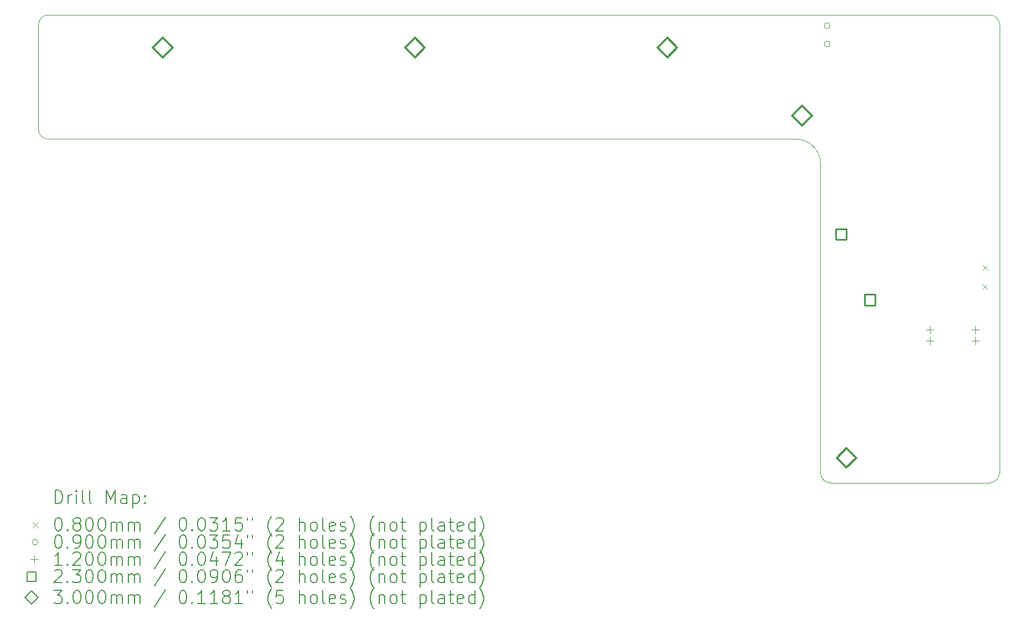
<source format=gbr>
%TF.GenerationSoftware,KiCad,Pcbnew,7.0.6-7.0.6~ubuntu20.04.1*%
%TF.CreationDate,2023-10-06T02:12:36+00:00*%
%TF.ProjectId,Seismos_CoreL,53656973-6d6f-4735-9f43-6f72654c2e6b,rev?*%
%TF.SameCoordinates,Original*%
%TF.FileFunction,Drillmap*%
%TF.FilePolarity,Positive*%
%FSLAX45Y45*%
G04 Gerber Fmt 4.5, Leading zero omitted, Abs format (unit mm)*
G04 Created by KiCad (PCBNEW 7.0.6-7.0.6~ubuntu20.04.1) date 2023-10-06 02:12:36*
%MOMM*%
%LPD*%
G01*
G04 APERTURE LIST*
%ADD10C,0.100000*%
%ADD11C,0.200000*%
%ADD12C,0.080000*%
%ADD13C,0.090000*%
%ADD14C,0.120000*%
%ADD15C,0.230000*%
%ADD16C,0.300000*%
G04 APERTURE END LIST*
D10*
X15113400Y-9160000D02*
X17550000Y-9160000D01*
X17700000Y-2150000D02*
G75*
G03*
X17550000Y-2000000I-150000J0D01*
G01*
X14963400Y-4281000D02*
X14963400Y-9010000D01*
X14963400Y-9010000D02*
G75*
G03*
X15113400Y-9160000I150000J0D01*
G01*
X3150000Y-3900000D02*
X14582400Y-3900000D01*
X3000000Y-3750000D02*
G75*
G03*
X3150000Y-3900000I150000J0D01*
G01*
X3150000Y-2000000D02*
G75*
G03*
X3000000Y-2150000I0J-150000D01*
G01*
X17700000Y-2150000D02*
X17700000Y-9010000D01*
X17550000Y-9160000D02*
G75*
G03*
X17700000Y-9010000I0J150000D01*
G01*
X14963400Y-4281000D02*
G75*
G03*
X14582400Y-3900000I-381000J0D01*
G01*
X17550000Y-2000000D02*
X3150000Y-2000000D01*
X3000000Y-2150000D02*
X3000000Y-3750000D01*
D11*
D12*
X17440000Y-5823200D02*
X17520000Y-5903200D01*
X17520000Y-5823200D02*
X17440000Y-5903200D01*
X17440000Y-6123200D02*
X17520000Y-6203200D01*
X17520000Y-6123200D02*
X17440000Y-6203200D01*
D13*
X15110000Y-2164950D02*
G75*
G03*
X15110000Y-2164950I-45000J0D01*
G01*
X15110000Y-2444950D02*
G75*
G03*
X15110000Y-2444950I-45000J0D01*
G01*
D14*
X16633000Y-6754700D02*
X16633000Y-6874700D01*
X16573000Y-6814700D02*
X16693000Y-6814700D01*
X16633000Y-6929700D02*
X16633000Y-7049700D01*
X16573000Y-6989700D02*
X16693000Y-6989700D01*
X17333000Y-6754700D02*
X17333000Y-6874700D01*
X17273000Y-6814700D02*
X17393000Y-6814700D01*
X17333000Y-6929700D02*
X17333000Y-7049700D01*
X17273000Y-6989700D02*
X17393000Y-6989700D01*
D15*
X15361318Y-5441318D02*
X15361318Y-5278682D01*
X15198682Y-5278682D01*
X15198682Y-5441318D01*
X15361318Y-5441318D01*
X15801318Y-6441318D02*
X15801318Y-6278682D01*
X15638682Y-6278682D01*
X15638682Y-6441318D01*
X15801318Y-6441318D01*
D16*
X4900000Y-2650000D02*
X5050000Y-2500000D01*
X4900000Y-2350000D01*
X4750000Y-2500000D01*
X4900000Y-2650000D01*
X8760000Y-2650000D02*
X8910000Y-2500000D01*
X8760000Y-2350000D01*
X8610000Y-2500000D01*
X8760000Y-2650000D01*
X12620000Y-2650000D02*
X12770000Y-2500000D01*
X12620000Y-2350000D01*
X12470000Y-2500000D01*
X12620000Y-2650000D01*
X14680000Y-3690000D02*
X14830000Y-3540000D01*
X14680000Y-3390000D01*
X14530000Y-3540000D01*
X14680000Y-3690000D01*
X15360000Y-8930000D02*
X15510000Y-8780000D01*
X15360000Y-8630000D01*
X15210000Y-8780000D01*
X15360000Y-8930000D01*
D11*
X3255777Y-9476484D02*
X3255777Y-9276484D01*
X3255777Y-9276484D02*
X3303396Y-9276484D01*
X3303396Y-9276484D02*
X3331967Y-9286008D01*
X3331967Y-9286008D02*
X3351015Y-9305055D01*
X3351015Y-9305055D02*
X3360539Y-9324103D01*
X3360539Y-9324103D02*
X3370062Y-9362198D01*
X3370062Y-9362198D02*
X3370062Y-9390770D01*
X3370062Y-9390770D02*
X3360539Y-9428865D01*
X3360539Y-9428865D02*
X3351015Y-9447912D01*
X3351015Y-9447912D02*
X3331967Y-9466960D01*
X3331967Y-9466960D02*
X3303396Y-9476484D01*
X3303396Y-9476484D02*
X3255777Y-9476484D01*
X3455777Y-9476484D02*
X3455777Y-9343150D01*
X3455777Y-9381246D02*
X3465301Y-9362198D01*
X3465301Y-9362198D02*
X3474824Y-9352674D01*
X3474824Y-9352674D02*
X3493872Y-9343150D01*
X3493872Y-9343150D02*
X3512920Y-9343150D01*
X3579586Y-9476484D02*
X3579586Y-9343150D01*
X3579586Y-9276484D02*
X3570062Y-9286008D01*
X3570062Y-9286008D02*
X3579586Y-9295531D01*
X3579586Y-9295531D02*
X3589110Y-9286008D01*
X3589110Y-9286008D02*
X3579586Y-9276484D01*
X3579586Y-9276484D02*
X3579586Y-9295531D01*
X3703396Y-9476484D02*
X3684348Y-9466960D01*
X3684348Y-9466960D02*
X3674824Y-9447912D01*
X3674824Y-9447912D02*
X3674824Y-9276484D01*
X3808158Y-9476484D02*
X3789110Y-9466960D01*
X3789110Y-9466960D02*
X3779586Y-9447912D01*
X3779586Y-9447912D02*
X3779586Y-9276484D01*
X4036729Y-9476484D02*
X4036729Y-9276484D01*
X4036729Y-9276484D02*
X4103396Y-9419341D01*
X4103396Y-9419341D02*
X4170062Y-9276484D01*
X4170062Y-9276484D02*
X4170062Y-9476484D01*
X4351015Y-9476484D02*
X4351015Y-9371722D01*
X4351015Y-9371722D02*
X4341491Y-9352674D01*
X4341491Y-9352674D02*
X4322444Y-9343150D01*
X4322444Y-9343150D02*
X4284348Y-9343150D01*
X4284348Y-9343150D02*
X4265301Y-9352674D01*
X4351015Y-9466960D02*
X4331967Y-9476484D01*
X4331967Y-9476484D02*
X4284348Y-9476484D01*
X4284348Y-9476484D02*
X4265301Y-9466960D01*
X4265301Y-9466960D02*
X4255777Y-9447912D01*
X4255777Y-9447912D02*
X4255777Y-9428865D01*
X4255777Y-9428865D02*
X4265301Y-9409817D01*
X4265301Y-9409817D02*
X4284348Y-9400293D01*
X4284348Y-9400293D02*
X4331967Y-9400293D01*
X4331967Y-9400293D02*
X4351015Y-9390770D01*
X4446253Y-9343150D02*
X4446253Y-9543150D01*
X4446253Y-9352674D02*
X4465301Y-9343150D01*
X4465301Y-9343150D02*
X4503396Y-9343150D01*
X4503396Y-9343150D02*
X4522444Y-9352674D01*
X4522444Y-9352674D02*
X4531967Y-9362198D01*
X4531967Y-9362198D02*
X4541491Y-9381246D01*
X4541491Y-9381246D02*
X4541491Y-9438389D01*
X4541491Y-9438389D02*
X4531967Y-9457436D01*
X4531967Y-9457436D02*
X4522444Y-9466960D01*
X4522444Y-9466960D02*
X4503396Y-9476484D01*
X4503396Y-9476484D02*
X4465301Y-9476484D01*
X4465301Y-9476484D02*
X4446253Y-9466960D01*
X4627205Y-9457436D02*
X4636729Y-9466960D01*
X4636729Y-9466960D02*
X4627205Y-9476484D01*
X4627205Y-9476484D02*
X4617682Y-9466960D01*
X4617682Y-9466960D02*
X4627205Y-9457436D01*
X4627205Y-9457436D02*
X4627205Y-9476484D01*
X4627205Y-9352674D02*
X4636729Y-9362198D01*
X4636729Y-9362198D02*
X4627205Y-9371722D01*
X4627205Y-9371722D02*
X4617682Y-9362198D01*
X4617682Y-9362198D02*
X4627205Y-9352674D01*
X4627205Y-9352674D02*
X4627205Y-9371722D01*
D12*
X2915000Y-9765000D02*
X2995000Y-9845000D01*
X2995000Y-9765000D02*
X2915000Y-9845000D01*
D11*
X3293872Y-9696484D02*
X3312920Y-9696484D01*
X3312920Y-9696484D02*
X3331967Y-9706008D01*
X3331967Y-9706008D02*
X3341491Y-9715531D01*
X3341491Y-9715531D02*
X3351015Y-9734579D01*
X3351015Y-9734579D02*
X3360539Y-9772674D01*
X3360539Y-9772674D02*
X3360539Y-9820293D01*
X3360539Y-9820293D02*
X3351015Y-9858389D01*
X3351015Y-9858389D02*
X3341491Y-9877436D01*
X3341491Y-9877436D02*
X3331967Y-9886960D01*
X3331967Y-9886960D02*
X3312920Y-9896484D01*
X3312920Y-9896484D02*
X3293872Y-9896484D01*
X3293872Y-9896484D02*
X3274824Y-9886960D01*
X3274824Y-9886960D02*
X3265301Y-9877436D01*
X3265301Y-9877436D02*
X3255777Y-9858389D01*
X3255777Y-9858389D02*
X3246253Y-9820293D01*
X3246253Y-9820293D02*
X3246253Y-9772674D01*
X3246253Y-9772674D02*
X3255777Y-9734579D01*
X3255777Y-9734579D02*
X3265301Y-9715531D01*
X3265301Y-9715531D02*
X3274824Y-9706008D01*
X3274824Y-9706008D02*
X3293872Y-9696484D01*
X3446253Y-9877436D02*
X3455777Y-9886960D01*
X3455777Y-9886960D02*
X3446253Y-9896484D01*
X3446253Y-9896484D02*
X3436729Y-9886960D01*
X3436729Y-9886960D02*
X3446253Y-9877436D01*
X3446253Y-9877436D02*
X3446253Y-9896484D01*
X3570062Y-9782198D02*
X3551015Y-9772674D01*
X3551015Y-9772674D02*
X3541491Y-9763150D01*
X3541491Y-9763150D02*
X3531967Y-9744103D01*
X3531967Y-9744103D02*
X3531967Y-9734579D01*
X3531967Y-9734579D02*
X3541491Y-9715531D01*
X3541491Y-9715531D02*
X3551015Y-9706008D01*
X3551015Y-9706008D02*
X3570062Y-9696484D01*
X3570062Y-9696484D02*
X3608158Y-9696484D01*
X3608158Y-9696484D02*
X3627205Y-9706008D01*
X3627205Y-9706008D02*
X3636729Y-9715531D01*
X3636729Y-9715531D02*
X3646253Y-9734579D01*
X3646253Y-9734579D02*
X3646253Y-9744103D01*
X3646253Y-9744103D02*
X3636729Y-9763150D01*
X3636729Y-9763150D02*
X3627205Y-9772674D01*
X3627205Y-9772674D02*
X3608158Y-9782198D01*
X3608158Y-9782198D02*
X3570062Y-9782198D01*
X3570062Y-9782198D02*
X3551015Y-9791722D01*
X3551015Y-9791722D02*
X3541491Y-9801246D01*
X3541491Y-9801246D02*
X3531967Y-9820293D01*
X3531967Y-9820293D02*
X3531967Y-9858389D01*
X3531967Y-9858389D02*
X3541491Y-9877436D01*
X3541491Y-9877436D02*
X3551015Y-9886960D01*
X3551015Y-9886960D02*
X3570062Y-9896484D01*
X3570062Y-9896484D02*
X3608158Y-9896484D01*
X3608158Y-9896484D02*
X3627205Y-9886960D01*
X3627205Y-9886960D02*
X3636729Y-9877436D01*
X3636729Y-9877436D02*
X3646253Y-9858389D01*
X3646253Y-9858389D02*
X3646253Y-9820293D01*
X3646253Y-9820293D02*
X3636729Y-9801246D01*
X3636729Y-9801246D02*
X3627205Y-9791722D01*
X3627205Y-9791722D02*
X3608158Y-9782198D01*
X3770062Y-9696484D02*
X3789110Y-9696484D01*
X3789110Y-9696484D02*
X3808158Y-9706008D01*
X3808158Y-9706008D02*
X3817682Y-9715531D01*
X3817682Y-9715531D02*
X3827205Y-9734579D01*
X3827205Y-9734579D02*
X3836729Y-9772674D01*
X3836729Y-9772674D02*
X3836729Y-9820293D01*
X3836729Y-9820293D02*
X3827205Y-9858389D01*
X3827205Y-9858389D02*
X3817682Y-9877436D01*
X3817682Y-9877436D02*
X3808158Y-9886960D01*
X3808158Y-9886960D02*
X3789110Y-9896484D01*
X3789110Y-9896484D02*
X3770062Y-9896484D01*
X3770062Y-9896484D02*
X3751015Y-9886960D01*
X3751015Y-9886960D02*
X3741491Y-9877436D01*
X3741491Y-9877436D02*
X3731967Y-9858389D01*
X3731967Y-9858389D02*
X3722443Y-9820293D01*
X3722443Y-9820293D02*
X3722443Y-9772674D01*
X3722443Y-9772674D02*
X3731967Y-9734579D01*
X3731967Y-9734579D02*
X3741491Y-9715531D01*
X3741491Y-9715531D02*
X3751015Y-9706008D01*
X3751015Y-9706008D02*
X3770062Y-9696484D01*
X3960539Y-9696484D02*
X3979586Y-9696484D01*
X3979586Y-9696484D02*
X3998634Y-9706008D01*
X3998634Y-9706008D02*
X4008158Y-9715531D01*
X4008158Y-9715531D02*
X4017682Y-9734579D01*
X4017682Y-9734579D02*
X4027205Y-9772674D01*
X4027205Y-9772674D02*
X4027205Y-9820293D01*
X4027205Y-9820293D02*
X4017682Y-9858389D01*
X4017682Y-9858389D02*
X4008158Y-9877436D01*
X4008158Y-9877436D02*
X3998634Y-9886960D01*
X3998634Y-9886960D02*
X3979586Y-9896484D01*
X3979586Y-9896484D02*
X3960539Y-9896484D01*
X3960539Y-9896484D02*
X3941491Y-9886960D01*
X3941491Y-9886960D02*
X3931967Y-9877436D01*
X3931967Y-9877436D02*
X3922443Y-9858389D01*
X3922443Y-9858389D02*
X3912920Y-9820293D01*
X3912920Y-9820293D02*
X3912920Y-9772674D01*
X3912920Y-9772674D02*
X3922443Y-9734579D01*
X3922443Y-9734579D02*
X3931967Y-9715531D01*
X3931967Y-9715531D02*
X3941491Y-9706008D01*
X3941491Y-9706008D02*
X3960539Y-9696484D01*
X4112920Y-9896484D02*
X4112920Y-9763150D01*
X4112920Y-9782198D02*
X4122443Y-9772674D01*
X4122443Y-9772674D02*
X4141491Y-9763150D01*
X4141491Y-9763150D02*
X4170063Y-9763150D01*
X4170063Y-9763150D02*
X4189110Y-9772674D01*
X4189110Y-9772674D02*
X4198634Y-9791722D01*
X4198634Y-9791722D02*
X4198634Y-9896484D01*
X4198634Y-9791722D02*
X4208158Y-9772674D01*
X4208158Y-9772674D02*
X4227205Y-9763150D01*
X4227205Y-9763150D02*
X4255777Y-9763150D01*
X4255777Y-9763150D02*
X4274825Y-9772674D01*
X4274825Y-9772674D02*
X4284348Y-9791722D01*
X4284348Y-9791722D02*
X4284348Y-9896484D01*
X4379586Y-9896484D02*
X4379586Y-9763150D01*
X4379586Y-9782198D02*
X4389110Y-9772674D01*
X4389110Y-9772674D02*
X4408158Y-9763150D01*
X4408158Y-9763150D02*
X4436729Y-9763150D01*
X4436729Y-9763150D02*
X4455777Y-9772674D01*
X4455777Y-9772674D02*
X4465301Y-9791722D01*
X4465301Y-9791722D02*
X4465301Y-9896484D01*
X4465301Y-9791722D02*
X4474825Y-9772674D01*
X4474825Y-9772674D02*
X4493872Y-9763150D01*
X4493872Y-9763150D02*
X4522444Y-9763150D01*
X4522444Y-9763150D02*
X4541491Y-9772674D01*
X4541491Y-9772674D02*
X4551015Y-9791722D01*
X4551015Y-9791722D02*
X4551015Y-9896484D01*
X4941491Y-9686960D02*
X4770063Y-9944103D01*
X5198634Y-9696484D02*
X5217682Y-9696484D01*
X5217682Y-9696484D02*
X5236729Y-9706008D01*
X5236729Y-9706008D02*
X5246253Y-9715531D01*
X5246253Y-9715531D02*
X5255777Y-9734579D01*
X5255777Y-9734579D02*
X5265301Y-9772674D01*
X5265301Y-9772674D02*
X5265301Y-9820293D01*
X5265301Y-9820293D02*
X5255777Y-9858389D01*
X5255777Y-9858389D02*
X5246253Y-9877436D01*
X5246253Y-9877436D02*
X5236729Y-9886960D01*
X5236729Y-9886960D02*
X5217682Y-9896484D01*
X5217682Y-9896484D02*
X5198634Y-9896484D01*
X5198634Y-9896484D02*
X5179587Y-9886960D01*
X5179587Y-9886960D02*
X5170063Y-9877436D01*
X5170063Y-9877436D02*
X5160539Y-9858389D01*
X5160539Y-9858389D02*
X5151015Y-9820293D01*
X5151015Y-9820293D02*
X5151015Y-9772674D01*
X5151015Y-9772674D02*
X5160539Y-9734579D01*
X5160539Y-9734579D02*
X5170063Y-9715531D01*
X5170063Y-9715531D02*
X5179587Y-9706008D01*
X5179587Y-9706008D02*
X5198634Y-9696484D01*
X5351015Y-9877436D02*
X5360539Y-9886960D01*
X5360539Y-9886960D02*
X5351015Y-9896484D01*
X5351015Y-9896484D02*
X5341491Y-9886960D01*
X5341491Y-9886960D02*
X5351015Y-9877436D01*
X5351015Y-9877436D02*
X5351015Y-9896484D01*
X5484348Y-9696484D02*
X5503396Y-9696484D01*
X5503396Y-9696484D02*
X5522444Y-9706008D01*
X5522444Y-9706008D02*
X5531968Y-9715531D01*
X5531968Y-9715531D02*
X5541491Y-9734579D01*
X5541491Y-9734579D02*
X5551015Y-9772674D01*
X5551015Y-9772674D02*
X5551015Y-9820293D01*
X5551015Y-9820293D02*
X5541491Y-9858389D01*
X5541491Y-9858389D02*
X5531968Y-9877436D01*
X5531968Y-9877436D02*
X5522444Y-9886960D01*
X5522444Y-9886960D02*
X5503396Y-9896484D01*
X5503396Y-9896484D02*
X5484348Y-9896484D01*
X5484348Y-9896484D02*
X5465301Y-9886960D01*
X5465301Y-9886960D02*
X5455777Y-9877436D01*
X5455777Y-9877436D02*
X5446253Y-9858389D01*
X5446253Y-9858389D02*
X5436729Y-9820293D01*
X5436729Y-9820293D02*
X5436729Y-9772674D01*
X5436729Y-9772674D02*
X5446253Y-9734579D01*
X5446253Y-9734579D02*
X5455777Y-9715531D01*
X5455777Y-9715531D02*
X5465301Y-9706008D01*
X5465301Y-9706008D02*
X5484348Y-9696484D01*
X5617682Y-9696484D02*
X5741491Y-9696484D01*
X5741491Y-9696484D02*
X5674825Y-9772674D01*
X5674825Y-9772674D02*
X5703396Y-9772674D01*
X5703396Y-9772674D02*
X5722444Y-9782198D01*
X5722444Y-9782198D02*
X5731967Y-9791722D01*
X5731967Y-9791722D02*
X5741491Y-9810770D01*
X5741491Y-9810770D02*
X5741491Y-9858389D01*
X5741491Y-9858389D02*
X5731967Y-9877436D01*
X5731967Y-9877436D02*
X5722444Y-9886960D01*
X5722444Y-9886960D02*
X5703396Y-9896484D01*
X5703396Y-9896484D02*
X5646253Y-9896484D01*
X5646253Y-9896484D02*
X5627206Y-9886960D01*
X5627206Y-9886960D02*
X5617682Y-9877436D01*
X5931967Y-9896484D02*
X5817682Y-9896484D01*
X5874825Y-9896484D02*
X5874825Y-9696484D01*
X5874825Y-9696484D02*
X5855777Y-9725055D01*
X5855777Y-9725055D02*
X5836729Y-9744103D01*
X5836729Y-9744103D02*
X5817682Y-9753627D01*
X6112920Y-9696484D02*
X6017682Y-9696484D01*
X6017682Y-9696484D02*
X6008158Y-9791722D01*
X6008158Y-9791722D02*
X6017682Y-9782198D01*
X6017682Y-9782198D02*
X6036729Y-9772674D01*
X6036729Y-9772674D02*
X6084348Y-9772674D01*
X6084348Y-9772674D02*
X6103396Y-9782198D01*
X6103396Y-9782198D02*
X6112920Y-9791722D01*
X6112920Y-9791722D02*
X6122444Y-9810770D01*
X6122444Y-9810770D02*
X6122444Y-9858389D01*
X6122444Y-9858389D02*
X6112920Y-9877436D01*
X6112920Y-9877436D02*
X6103396Y-9886960D01*
X6103396Y-9886960D02*
X6084348Y-9896484D01*
X6084348Y-9896484D02*
X6036729Y-9896484D01*
X6036729Y-9896484D02*
X6017682Y-9886960D01*
X6017682Y-9886960D02*
X6008158Y-9877436D01*
X6198634Y-9696484D02*
X6198634Y-9734579D01*
X6274825Y-9696484D02*
X6274825Y-9734579D01*
X6570063Y-9972674D02*
X6560539Y-9963150D01*
X6560539Y-9963150D02*
X6541491Y-9934579D01*
X6541491Y-9934579D02*
X6531968Y-9915531D01*
X6531968Y-9915531D02*
X6522444Y-9886960D01*
X6522444Y-9886960D02*
X6512920Y-9839341D01*
X6512920Y-9839341D02*
X6512920Y-9801246D01*
X6512920Y-9801246D02*
X6522444Y-9753627D01*
X6522444Y-9753627D02*
X6531968Y-9725055D01*
X6531968Y-9725055D02*
X6541491Y-9706008D01*
X6541491Y-9706008D02*
X6560539Y-9677436D01*
X6560539Y-9677436D02*
X6570063Y-9667912D01*
X6636729Y-9715531D02*
X6646253Y-9706008D01*
X6646253Y-9706008D02*
X6665301Y-9696484D01*
X6665301Y-9696484D02*
X6712920Y-9696484D01*
X6712920Y-9696484D02*
X6731968Y-9706008D01*
X6731968Y-9706008D02*
X6741491Y-9715531D01*
X6741491Y-9715531D02*
X6751015Y-9734579D01*
X6751015Y-9734579D02*
X6751015Y-9753627D01*
X6751015Y-9753627D02*
X6741491Y-9782198D01*
X6741491Y-9782198D02*
X6627206Y-9896484D01*
X6627206Y-9896484D02*
X6751015Y-9896484D01*
X6989110Y-9896484D02*
X6989110Y-9696484D01*
X7074825Y-9896484D02*
X7074825Y-9791722D01*
X7074825Y-9791722D02*
X7065301Y-9772674D01*
X7065301Y-9772674D02*
X7046253Y-9763150D01*
X7046253Y-9763150D02*
X7017682Y-9763150D01*
X7017682Y-9763150D02*
X6998634Y-9772674D01*
X6998634Y-9772674D02*
X6989110Y-9782198D01*
X7198634Y-9896484D02*
X7179587Y-9886960D01*
X7179587Y-9886960D02*
X7170063Y-9877436D01*
X7170063Y-9877436D02*
X7160539Y-9858389D01*
X7160539Y-9858389D02*
X7160539Y-9801246D01*
X7160539Y-9801246D02*
X7170063Y-9782198D01*
X7170063Y-9782198D02*
X7179587Y-9772674D01*
X7179587Y-9772674D02*
X7198634Y-9763150D01*
X7198634Y-9763150D02*
X7227206Y-9763150D01*
X7227206Y-9763150D02*
X7246253Y-9772674D01*
X7246253Y-9772674D02*
X7255777Y-9782198D01*
X7255777Y-9782198D02*
X7265301Y-9801246D01*
X7265301Y-9801246D02*
X7265301Y-9858389D01*
X7265301Y-9858389D02*
X7255777Y-9877436D01*
X7255777Y-9877436D02*
X7246253Y-9886960D01*
X7246253Y-9886960D02*
X7227206Y-9896484D01*
X7227206Y-9896484D02*
X7198634Y-9896484D01*
X7379587Y-9896484D02*
X7360539Y-9886960D01*
X7360539Y-9886960D02*
X7351015Y-9867912D01*
X7351015Y-9867912D02*
X7351015Y-9696484D01*
X7531968Y-9886960D02*
X7512920Y-9896484D01*
X7512920Y-9896484D02*
X7474825Y-9896484D01*
X7474825Y-9896484D02*
X7455777Y-9886960D01*
X7455777Y-9886960D02*
X7446253Y-9867912D01*
X7446253Y-9867912D02*
X7446253Y-9791722D01*
X7446253Y-9791722D02*
X7455777Y-9772674D01*
X7455777Y-9772674D02*
X7474825Y-9763150D01*
X7474825Y-9763150D02*
X7512920Y-9763150D01*
X7512920Y-9763150D02*
X7531968Y-9772674D01*
X7531968Y-9772674D02*
X7541491Y-9791722D01*
X7541491Y-9791722D02*
X7541491Y-9810770D01*
X7541491Y-9810770D02*
X7446253Y-9829817D01*
X7617682Y-9886960D02*
X7636730Y-9896484D01*
X7636730Y-9896484D02*
X7674825Y-9896484D01*
X7674825Y-9896484D02*
X7693872Y-9886960D01*
X7693872Y-9886960D02*
X7703396Y-9867912D01*
X7703396Y-9867912D02*
X7703396Y-9858389D01*
X7703396Y-9858389D02*
X7693872Y-9839341D01*
X7693872Y-9839341D02*
X7674825Y-9829817D01*
X7674825Y-9829817D02*
X7646253Y-9829817D01*
X7646253Y-9829817D02*
X7627206Y-9820293D01*
X7627206Y-9820293D02*
X7617682Y-9801246D01*
X7617682Y-9801246D02*
X7617682Y-9791722D01*
X7617682Y-9791722D02*
X7627206Y-9772674D01*
X7627206Y-9772674D02*
X7646253Y-9763150D01*
X7646253Y-9763150D02*
X7674825Y-9763150D01*
X7674825Y-9763150D02*
X7693872Y-9772674D01*
X7770063Y-9972674D02*
X7779587Y-9963150D01*
X7779587Y-9963150D02*
X7798634Y-9934579D01*
X7798634Y-9934579D02*
X7808158Y-9915531D01*
X7808158Y-9915531D02*
X7817682Y-9886960D01*
X7817682Y-9886960D02*
X7827206Y-9839341D01*
X7827206Y-9839341D02*
X7827206Y-9801246D01*
X7827206Y-9801246D02*
X7817682Y-9753627D01*
X7817682Y-9753627D02*
X7808158Y-9725055D01*
X7808158Y-9725055D02*
X7798634Y-9706008D01*
X7798634Y-9706008D02*
X7779587Y-9677436D01*
X7779587Y-9677436D02*
X7770063Y-9667912D01*
X8131968Y-9972674D02*
X8122444Y-9963150D01*
X8122444Y-9963150D02*
X8103396Y-9934579D01*
X8103396Y-9934579D02*
X8093872Y-9915531D01*
X8093872Y-9915531D02*
X8084349Y-9886960D01*
X8084349Y-9886960D02*
X8074825Y-9839341D01*
X8074825Y-9839341D02*
X8074825Y-9801246D01*
X8074825Y-9801246D02*
X8084349Y-9753627D01*
X8084349Y-9753627D02*
X8093872Y-9725055D01*
X8093872Y-9725055D02*
X8103396Y-9706008D01*
X8103396Y-9706008D02*
X8122444Y-9677436D01*
X8122444Y-9677436D02*
X8131968Y-9667912D01*
X8208158Y-9763150D02*
X8208158Y-9896484D01*
X8208158Y-9782198D02*
X8217682Y-9772674D01*
X8217682Y-9772674D02*
X8236730Y-9763150D01*
X8236730Y-9763150D02*
X8265301Y-9763150D01*
X8265301Y-9763150D02*
X8284349Y-9772674D01*
X8284349Y-9772674D02*
X8293872Y-9791722D01*
X8293872Y-9791722D02*
X8293872Y-9896484D01*
X8417682Y-9896484D02*
X8398634Y-9886960D01*
X8398634Y-9886960D02*
X8389111Y-9877436D01*
X8389111Y-9877436D02*
X8379587Y-9858389D01*
X8379587Y-9858389D02*
X8379587Y-9801246D01*
X8379587Y-9801246D02*
X8389111Y-9782198D01*
X8389111Y-9782198D02*
X8398634Y-9772674D01*
X8398634Y-9772674D02*
X8417682Y-9763150D01*
X8417682Y-9763150D02*
X8446254Y-9763150D01*
X8446254Y-9763150D02*
X8465301Y-9772674D01*
X8465301Y-9772674D02*
X8474825Y-9782198D01*
X8474825Y-9782198D02*
X8484349Y-9801246D01*
X8484349Y-9801246D02*
X8484349Y-9858389D01*
X8484349Y-9858389D02*
X8474825Y-9877436D01*
X8474825Y-9877436D02*
X8465301Y-9886960D01*
X8465301Y-9886960D02*
X8446254Y-9896484D01*
X8446254Y-9896484D02*
X8417682Y-9896484D01*
X8541492Y-9763150D02*
X8617682Y-9763150D01*
X8570063Y-9696484D02*
X8570063Y-9867912D01*
X8570063Y-9867912D02*
X8579587Y-9886960D01*
X8579587Y-9886960D02*
X8598634Y-9896484D01*
X8598634Y-9896484D02*
X8617682Y-9896484D01*
X8836730Y-9763150D02*
X8836730Y-9963150D01*
X8836730Y-9772674D02*
X8855777Y-9763150D01*
X8855777Y-9763150D02*
X8893873Y-9763150D01*
X8893873Y-9763150D02*
X8912920Y-9772674D01*
X8912920Y-9772674D02*
X8922444Y-9782198D01*
X8922444Y-9782198D02*
X8931968Y-9801246D01*
X8931968Y-9801246D02*
X8931968Y-9858389D01*
X8931968Y-9858389D02*
X8922444Y-9877436D01*
X8922444Y-9877436D02*
X8912920Y-9886960D01*
X8912920Y-9886960D02*
X8893873Y-9896484D01*
X8893873Y-9896484D02*
X8855777Y-9896484D01*
X8855777Y-9896484D02*
X8836730Y-9886960D01*
X9046254Y-9896484D02*
X9027206Y-9886960D01*
X9027206Y-9886960D02*
X9017682Y-9867912D01*
X9017682Y-9867912D02*
X9017682Y-9696484D01*
X9208158Y-9896484D02*
X9208158Y-9791722D01*
X9208158Y-9791722D02*
X9198635Y-9772674D01*
X9198635Y-9772674D02*
X9179587Y-9763150D01*
X9179587Y-9763150D02*
X9141492Y-9763150D01*
X9141492Y-9763150D02*
X9122444Y-9772674D01*
X9208158Y-9886960D02*
X9189111Y-9896484D01*
X9189111Y-9896484D02*
X9141492Y-9896484D01*
X9141492Y-9896484D02*
X9122444Y-9886960D01*
X9122444Y-9886960D02*
X9112920Y-9867912D01*
X9112920Y-9867912D02*
X9112920Y-9848865D01*
X9112920Y-9848865D02*
X9122444Y-9829817D01*
X9122444Y-9829817D02*
X9141492Y-9820293D01*
X9141492Y-9820293D02*
X9189111Y-9820293D01*
X9189111Y-9820293D02*
X9208158Y-9810770D01*
X9274825Y-9763150D02*
X9351015Y-9763150D01*
X9303396Y-9696484D02*
X9303396Y-9867912D01*
X9303396Y-9867912D02*
X9312920Y-9886960D01*
X9312920Y-9886960D02*
X9331968Y-9896484D01*
X9331968Y-9896484D02*
X9351015Y-9896484D01*
X9493873Y-9886960D02*
X9474825Y-9896484D01*
X9474825Y-9896484D02*
X9436730Y-9896484D01*
X9436730Y-9896484D02*
X9417682Y-9886960D01*
X9417682Y-9886960D02*
X9408158Y-9867912D01*
X9408158Y-9867912D02*
X9408158Y-9791722D01*
X9408158Y-9791722D02*
X9417682Y-9772674D01*
X9417682Y-9772674D02*
X9436730Y-9763150D01*
X9436730Y-9763150D02*
X9474825Y-9763150D01*
X9474825Y-9763150D02*
X9493873Y-9772674D01*
X9493873Y-9772674D02*
X9503396Y-9791722D01*
X9503396Y-9791722D02*
X9503396Y-9810770D01*
X9503396Y-9810770D02*
X9408158Y-9829817D01*
X9674825Y-9896484D02*
X9674825Y-9696484D01*
X9674825Y-9886960D02*
X9655777Y-9896484D01*
X9655777Y-9896484D02*
X9617682Y-9896484D01*
X9617682Y-9896484D02*
X9598635Y-9886960D01*
X9598635Y-9886960D02*
X9589111Y-9877436D01*
X9589111Y-9877436D02*
X9579587Y-9858389D01*
X9579587Y-9858389D02*
X9579587Y-9801246D01*
X9579587Y-9801246D02*
X9589111Y-9782198D01*
X9589111Y-9782198D02*
X9598635Y-9772674D01*
X9598635Y-9772674D02*
X9617682Y-9763150D01*
X9617682Y-9763150D02*
X9655777Y-9763150D01*
X9655777Y-9763150D02*
X9674825Y-9772674D01*
X9751016Y-9972674D02*
X9760539Y-9963150D01*
X9760539Y-9963150D02*
X9779587Y-9934579D01*
X9779587Y-9934579D02*
X9789111Y-9915531D01*
X9789111Y-9915531D02*
X9798635Y-9886960D01*
X9798635Y-9886960D02*
X9808158Y-9839341D01*
X9808158Y-9839341D02*
X9808158Y-9801246D01*
X9808158Y-9801246D02*
X9798635Y-9753627D01*
X9798635Y-9753627D02*
X9789111Y-9725055D01*
X9789111Y-9725055D02*
X9779587Y-9706008D01*
X9779587Y-9706008D02*
X9760539Y-9677436D01*
X9760539Y-9677436D02*
X9751016Y-9667912D01*
D13*
X2995000Y-10069000D02*
G75*
G03*
X2995000Y-10069000I-45000J0D01*
G01*
D11*
X3293872Y-9960484D02*
X3312920Y-9960484D01*
X3312920Y-9960484D02*
X3331967Y-9970008D01*
X3331967Y-9970008D02*
X3341491Y-9979531D01*
X3341491Y-9979531D02*
X3351015Y-9998579D01*
X3351015Y-9998579D02*
X3360539Y-10036674D01*
X3360539Y-10036674D02*
X3360539Y-10084293D01*
X3360539Y-10084293D02*
X3351015Y-10122389D01*
X3351015Y-10122389D02*
X3341491Y-10141436D01*
X3341491Y-10141436D02*
X3331967Y-10150960D01*
X3331967Y-10150960D02*
X3312920Y-10160484D01*
X3312920Y-10160484D02*
X3293872Y-10160484D01*
X3293872Y-10160484D02*
X3274824Y-10150960D01*
X3274824Y-10150960D02*
X3265301Y-10141436D01*
X3265301Y-10141436D02*
X3255777Y-10122389D01*
X3255777Y-10122389D02*
X3246253Y-10084293D01*
X3246253Y-10084293D02*
X3246253Y-10036674D01*
X3246253Y-10036674D02*
X3255777Y-9998579D01*
X3255777Y-9998579D02*
X3265301Y-9979531D01*
X3265301Y-9979531D02*
X3274824Y-9970008D01*
X3274824Y-9970008D02*
X3293872Y-9960484D01*
X3446253Y-10141436D02*
X3455777Y-10150960D01*
X3455777Y-10150960D02*
X3446253Y-10160484D01*
X3446253Y-10160484D02*
X3436729Y-10150960D01*
X3436729Y-10150960D02*
X3446253Y-10141436D01*
X3446253Y-10141436D02*
X3446253Y-10160484D01*
X3551015Y-10160484D02*
X3589110Y-10160484D01*
X3589110Y-10160484D02*
X3608158Y-10150960D01*
X3608158Y-10150960D02*
X3617682Y-10141436D01*
X3617682Y-10141436D02*
X3636729Y-10112865D01*
X3636729Y-10112865D02*
X3646253Y-10074770D01*
X3646253Y-10074770D02*
X3646253Y-9998579D01*
X3646253Y-9998579D02*
X3636729Y-9979531D01*
X3636729Y-9979531D02*
X3627205Y-9970008D01*
X3627205Y-9970008D02*
X3608158Y-9960484D01*
X3608158Y-9960484D02*
X3570062Y-9960484D01*
X3570062Y-9960484D02*
X3551015Y-9970008D01*
X3551015Y-9970008D02*
X3541491Y-9979531D01*
X3541491Y-9979531D02*
X3531967Y-9998579D01*
X3531967Y-9998579D02*
X3531967Y-10046198D01*
X3531967Y-10046198D02*
X3541491Y-10065246D01*
X3541491Y-10065246D02*
X3551015Y-10074770D01*
X3551015Y-10074770D02*
X3570062Y-10084293D01*
X3570062Y-10084293D02*
X3608158Y-10084293D01*
X3608158Y-10084293D02*
X3627205Y-10074770D01*
X3627205Y-10074770D02*
X3636729Y-10065246D01*
X3636729Y-10065246D02*
X3646253Y-10046198D01*
X3770062Y-9960484D02*
X3789110Y-9960484D01*
X3789110Y-9960484D02*
X3808158Y-9970008D01*
X3808158Y-9970008D02*
X3817682Y-9979531D01*
X3817682Y-9979531D02*
X3827205Y-9998579D01*
X3827205Y-9998579D02*
X3836729Y-10036674D01*
X3836729Y-10036674D02*
X3836729Y-10084293D01*
X3836729Y-10084293D02*
X3827205Y-10122389D01*
X3827205Y-10122389D02*
X3817682Y-10141436D01*
X3817682Y-10141436D02*
X3808158Y-10150960D01*
X3808158Y-10150960D02*
X3789110Y-10160484D01*
X3789110Y-10160484D02*
X3770062Y-10160484D01*
X3770062Y-10160484D02*
X3751015Y-10150960D01*
X3751015Y-10150960D02*
X3741491Y-10141436D01*
X3741491Y-10141436D02*
X3731967Y-10122389D01*
X3731967Y-10122389D02*
X3722443Y-10084293D01*
X3722443Y-10084293D02*
X3722443Y-10036674D01*
X3722443Y-10036674D02*
X3731967Y-9998579D01*
X3731967Y-9998579D02*
X3741491Y-9979531D01*
X3741491Y-9979531D02*
X3751015Y-9970008D01*
X3751015Y-9970008D02*
X3770062Y-9960484D01*
X3960539Y-9960484D02*
X3979586Y-9960484D01*
X3979586Y-9960484D02*
X3998634Y-9970008D01*
X3998634Y-9970008D02*
X4008158Y-9979531D01*
X4008158Y-9979531D02*
X4017682Y-9998579D01*
X4017682Y-9998579D02*
X4027205Y-10036674D01*
X4027205Y-10036674D02*
X4027205Y-10084293D01*
X4027205Y-10084293D02*
X4017682Y-10122389D01*
X4017682Y-10122389D02*
X4008158Y-10141436D01*
X4008158Y-10141436D02*
X3998634Y-10150960D01*
X3998634Y-10150960D02*
X3979586Y-10160484D01*
X3979586Y-10160484D02*
X3960539Y-10160484D01*
X3960539Y-10160484D02*
X3941491Y-10150960D01*
X3941491Y-10150960D02*
X3931967Y-10141436D01*
X3931967Y-10141436D02*
X3922443Y-10122389D01*
X3922443Y-10122389D02*
X3912920Y-10084293D01*
X3912920Y-10084293D02*
X3912920Y-10036674D01*
X3912920Y-10036674D02*
X3922443Y-9998579D01*
X3922443Y-9998579D02*
X3931967Y-9979531D01*
X3931967Y-9979531D02*
X3941491Y-9970008D01*
X3941491Y-9970008D02*
X3960539Y-9960484D01*
X4112920Y-10160484D02*
X4112920Y-10027150D01*
X4112920Y-10046198D02*
X4122443Y-10036674D01*
X4122443Y-10036674D02*
X4141491Y-10027150D01*
X4141491Y-10027150D02*
X4170063Y-10027150D01*
X4170063Y-10027150D02*
X4189110Y-10036674D01*
X4189110Y-10036674D02*
X4198634Y-10055722D01*
X4198634Y-10055722D02*
X4198634Y-10160484D01*
X4198634Y-10055722D02*
X4208158Y-10036674D01*
X4208158Y-10036674D02*
X4227205Y-10027150D01*
X4227205Y-10027150D02*
X4255777Y-10027150D01*
X4255777Y-10027150D02*
X4274825Y-10036674D01*
X4274825Y-10036674D02*
X4284348Y-10055722D01*
X4284348Y-10055722D02*
X4284348Y-10160484D01*
X4379586Y-10160484D02*
X4379586Y-10027150D01*
X4379586Y-10046198D02*
X4389110Y-10036674D01*
X4389110Y-10036674D02*
X4408158Y-10027150D01*
X4408158Y-10027150D02*
X4436729Y-10027150D01*
X4436729Y-10027150D02*
X4455777Y-10036674D01*
X4455777Y-10036674D02*
X4465301Y-10055722D01*
X4465301Y-10055722D02*
X4465301Y-10160484D01*
X4465301Y-10055722D02*
X4474825Y-10036674D01*
X4474825Y-10036674D02*
X4493872Y-10027150D01*
X4493872Y-10027150D02*
X4522444Y-10027150D01*
X4522444Y-10027150D02*
X4541491Y-10036674D01*
X4541491Y-10036674D02*
X4551015Y-10055722D01*
X4551015Y-10055722D02*
X4551015Y-10160484D01*
X4941491Y-9950960D02*
X4770063Y-10208103D01*
X5198634Y-9960484D02*
X5217682Y-9960484D01*
X5217682Y-9960484D02*
X5236729Y-9970008D01*
X5236729Y-9970008D02*
X5246253Y-9979531D01*
X5246253Y-9979531D02*
X5255777Y-9998579D01*
X5255777Y-9998579D02*
X5265301Y-10036674D01*
X5265301Y-10036674D02*
X5265301Y-10084293D01*
X5265301Y-10084293D02*
X5255777Y-10122389D01*
X5255777Y-10122389D02*
X5246253Y-10141436D01*
X5246253Y-10141436D02*
X5236729Y-10150960D01*
X5236729Y-10150960D02*
X5217682Y-10160484D01*
X5217682Y-10160484D02*
X5198634Y-10160484D01*
X5198634Y-10160484D02*
X5179587Y-10150960D01*
X5179587Y-10150960D02*
X5170063Y-10141436D01*
X5170063Y-10141436D02*
X5160539Y-10122389D01*
X5160539Y-10122389D02*
X5151015Y-10084293D01*
X5151015Y-10084293D02*
X5151015Y-10036674D01*
X5151015Y-10036674D02*
X5160539Y-9998579D01*
X5160539Y-9998579D02*
X5170063Y-9979531D01*
X5170063Y-9979531D02*
X5179587Y-9970008D01*
X5179587Y-9970008D02*
X5198634Y-9960484D01*
X5351015Y-10141436D02*
X5360539Y-10150960D01*
X5360539Y-10150960D02*
X5351015Y-10160484D01*
X5351015Y-10160484D02*
X5341491Y-10150960D01*
X5341491Y-10150960D02*
X5351015Y-10141436D01*
X5351015Y-10141436D02*
X5351015Y-10160484D01*
X5484348Y-9960484D02*
X5503396Y-9960484D01*
X5503396Y-9960484D02*
X5522444Y-9970008D01*
X5522444Y-9970008D02*
X5531968Y-9979531D01*
X5531968Y-9979531D02*
X5541491Y-9998579D01*
X5541491Y-9998579D02*
X5551015Y-10036674D01*
X5551015Y-10036674D02*
X5551015Y-10084293D01*
X5551015Y-10084293D02*
X5541491Y-10122389D01*
X5541491Y-10122389D02*
X5531968Y-10141436D01*
X5531968Y-10141436D02*
X5522444Y-10150960D01*
X5522444Y-10150960D02*
X5503396Y-10160484D01*
X5503396Y-10160484D02*
X5484348Y-10160484D01*
X5484348Y-10160484D02*
X5465301Y-10150960D01*
X5465301Y-10150960D02*
X5455777Y-10141436D01*
X5455777Y-10141436D02*
X5446253Y-10122389D01*
X5446253Y-10122389D02*
X5436729Y-10084293D01*
X5436729Y-10084293D02*
X5436729Y-10036674D01*
X5436729Y-10036674D02*
X5446253Y-9998579D01*
X5446253Y-9998579D02*
X5455777Y-9979531D01*
X5455777Y-9979531D02*
X5465301Y-9970008D01*
X5465301Y-9970008D02*
X5484348Y-9960484D01*
X5617682Y-9960484D02*
X5741491Y-9960484D01*
X5741491Y-9960484D02*
X5674825Y-10036674D01*
X5674825Y-10036674D02*
X5703396Y-10036674D01*
X5703396Y-10036674D02*
X5722444Y-10046198D01*
X5722444Y-10046198D02*
X5731967Y-10055722D01*
X5731967Y-10055722D02*
X5741491Y-10074770D01*
X5741491Y-10074770D02*
X5741491Y-10122389D01*
X5741491Y-10122389D02*
X5731967Y-10141436D01*
X5731967Y-10141436D02*
X5722444Y-10150960D01*
X5722444Y-10150960D02*
X5703396Y-10160484D01*
X5703396Y-10160484D02*
X5646253Y-10160484D01*
X5646253Y-10160484D02*
X5627206Y-10150960D01*
X5627206Y-10150960D02*
X5617682Y-10141436D01*
X5922444Y-9960484D02*
X5827206Y-9960484D01*
X5827206Y-9960484D02*
X5817682Y-10055722D01*
X5817682Y-10055722D02*
X5827206Y-10046198D01*
X5827206Y-10046198D02*
X5846253Y-10036674D01*
X5846253Y-10036674D02*
X5893872Y-10036674D01*
X5893872Y-10036674D02*
X5912920Y-10046198D01*
X5912920Y-10046198D02*
X5922444Y-10055722D01*
X5922444Y-10055722D02*
X5931967Y-10074770D01*
X5931967Y-10074770D02*
X5931967Y-10122389D01*
X5931967Y-10122389D02*
X5922444Y-10141436D01*
X5922444Y-10141436D02*
X5912920Y-10150960D01*
X5912920Y-10150960D02*
X5893872Y-10160484D01*
X5893872Y-10160484D02*
X5846253Y-10160484D01*
X5846253Y-10160484D02*
X5827206Y-10150960D01*
X5827206Y-10150960D02*
X5817682Y-10141436D01*
X6103396Y-10027150D02*
X6103396Y-10160484D01*
X6055777Y-9950960D02*
X6008158Y-10093817D01*
X6008158Y-10093817D02*
X6131967Y-10093817D01*
X6198634Y-9960484D02*
X6198634Y-9998579D01*
X6274825Y-9960484D02*
X6274825Y-9998579D01*
X6570063Y-10236674D02*
X6560539Y-10227150D01*
X6560539Y-10227150D02*
X6541491Y-10198579D01*
X6541491Y-10198579D02*
X6531968Y-10179531D01*
X6531968Y-10179531D02*
X6522444Y-10150960D01*
X6522444Y-10150960D02*
X6512920Y-10103341D01*
X6512920Y-10103341D02*
X6512920Y-10065246D01*
X6512920Y-10065246D02*
X6522444Y-10017627D01*
X6522444Y-10017627D02*
X6531968Y-9989055D01*
X6531968Y-9989055D02*
X6541491Y-9970008D01*
X6541491Y-9970008D02*
X6560539Y-9941436D01*
X6560539Y-9941436D02*
X6570063Y-9931912D01*
X6636729Y-9979531D02*
X6646253Y-9970008D01*
X6646253Y-9970008D02*
X6665301Y-9960484D01*
X6665301Y-9960484D02*
X6712920Y-9960484D01*
X6712920Y-9960484D02*
X6731968Y-9970008D01*
X6731968Y-9970008D02*
X6741491Y-9979531D01*
X6741491Y-9979531D02*
X6751015Y-9998579D01*
X6751015Y-9998579D02*
X6751015Y-10017627D01*
X6751015Y-10017627D02*
X6741491Y-10046198D01*
X6741491Y-10046198D02*
X6627206Y-10160484D01*
X6627206Y-10160484D02*
X6751015Y-10160484D01*
X6989110Y-10160484D02*
X6989110Y-9960484D01*
X7074825Y-10160484D02*
X7074825Y-10055722D01*
X7074825Y-10055722D02*
X7065301Y-10036674D01*
X7065301Y-10036674D02*
X7046253Y-10027150D01*
X7046253Y-10027150D02*
X7017682Y-10027150D01*
X7017682Y-10027150D02*
X6998634Y-10036674D01*
X6998634Y-10036674D02*
X6989110Y-10046198D01*
X7198634Y-10160484D02*
X7179587Y-10150960D01*
X7179587Y-10150960D02*
X7170063Y-10141436D01*
X7170063Y-10141436D02*
X7160539Y-10122389D01*
X7160539Y-10122389D02*
X7160539Y-10065246D01*
X7160539Y-10065246D02*
X7170063Y-10046198D01*
X7170063Y-10046198D02*
X7179587Y-10036674D01*
X7179587Y-10036674D02*
X7198634Y-10027150D01*
X7198634Y-10027150D02*
X7227206Y-10027150D01*
X7227206Y-10027150D02*
X7246253Y-10036674D01*
X7246253Y-10036674D02*
X7255777Y-10046198D01*
X7255777Y-10046198D02*
X7265301Y-10065246D01*
X7265301Y-10065246D02*
X7265301Y-10122389D01*
X7265301Y-10122389D02*
X7255777Y-10141436D01*
X7255777Y-10141436D02*
X7246253Y-10150960D01*
X7246253Y-10150960D02*
X7227206Y-10160484D01*
X7227206Y-10160484D02*
X7198634Y-10160484D01*
X7379587Y-10160484D02*
X7360539Y-10150960D01*
X7360539Y-10150960D02*
X7351015Y-10131912D01*
X7351015Y-10131912D02*
X7351015Y-9960484D01*
X7531968Y-10150960D02*
X7512920Y-10160484D01*
X7512920Y-10160484D02*
X7474825Y-10160484D01*
X7474825Y-10160484D02*
X7455777Y-10150960D01*
X7455777Y-10150960D02*
X7446253Y-10131912D01*
X7446253Y-10131912D02*
X7446253Y-10055722D01*
X7446253Y-10055722D02*
X7455777Y-10036674D01*
X7455777Y-10036674D02*
X7474825Y-10027150D01*
X7474825Y-10027150D02*
X7512920Y-10027150D01*
X7512920Y-10027150D02*
X7531968Y-10036674D01*
X7531968Y-10036674D02*
X7541491Y-10055722D01*
X7541491Y-10055722D02*
X7541491Y-10074770D01*
X7541491Y-10074770D02*
X7446253Y-10093817D01*
X7617682Y-10150960D02*
X7636730Y-10160484D01*
X7636730Y-10160484D02*
X7674825Y-10160484D01*
X7674825Y-10160484D02*
X7693872Y-10150960D01*
X7693872Y-10150960D02*
X7703396Y-10131912D01*
X7703396Y-10131912D02*
X7703396Y-10122389D01*
X7703396Y-10122389D02*
X7693872Y-10103341D01*
X7693872Y-10103341D02*
X7674825Y-10093817D01*
X7674825Y-10093817D02*
X7646253Y-10093817D01*
X7646253Y-10093817D02*
X7627206Y-10084293D01*
X7627206Y-10084293D02*
X7617682Y-10065246D01*
X7617682Y-10065246D02*
X7617682Y-10055722D01*
X7617682Y-10055722D02*
X7627206Y-10036674D01*
X7627206Y-10036674D02*
X7646253Y-10027150D01*
X7646253Y-10027150D02*
X7674825Y-10027150D01*
X7674825Y-10027150D02*
X7693872Y-10036674D01*
X7770063Y-10236674D02*
X7779587Y-10227150D01*
X7779587Y-10227150D02*
X7798634Y-10198579D01*
X7798634Y-10198579D02*
X7808158Y-10179531D01*
X7808158Y-10179531D02*
X7817682Y-10150960D01*
X7817682Y-10150960D02*
X7827206Y-10103341D01*
X7827206Y-10103341D02*
X7827206Y-10065246D01*
X7827206Y-10065246D02*
X7817682Y-10017627D01*
X7817682Y-10017627D02*
X7808158Y-9989055D01*
X7808158Y-9989055D02*
X7798634Y-9970008D01*
X7798634Y-9970008D02*
X7779587Y-9941436D01*
X7779587Y-9941436D02*
X7770063Y-9931912D01*
X8131968Y-10236674D02*
X8122444Y-10227150D01*
X8122444Y-10227150D02*
X8103396Y-10198579D01*
X8103396Y-10198579D02*
X8093872Y-10179531D01*
X8093872Y-10179531D02*
X8084349Y-10150960D01*
X8084349Y-10150960D02*
X8074825Y-10103341D01*
X8074825Y-10103341D02*
X8074825Y-10065246D01*
X8074825Y-10065246D02*
X8084349Y-10017627D01*
X8084349Y-10017627D02*
X8093872Y-9989055D01*
X8093872Y-9989055D02*
X8103396Y-9970008D01*
X8103396Y-9970008D02*
X8122444Y-9941436D01*
X8122444Y-9941436D02*
X8131968Y-9931912D01*
X8208158Y-10027150D02*
X8208158Y-10160484D01*
X8208158Y-10046198D02*
X8217682Y-10036674D01*
X8217682Y-10036674D02*
X8236730Y-10027150D01*
X8236730Y-10027150D02*
X8265301Y-10027150D01*
X8265301Y-10027150D02*
X8284349Y-10036674D01*
X8284349Y-10036674D02*
X8293872Y-10055722D01*
X8293872Y-10055722D02*
X8293872Y-10160484D01*
X8417682Y-10160484D02*
X8398634Y-10150960D01*
X8398634Y-10150960D02*
X8389111Y-10141436D01*
X8389111Y-10141436D02*
X8379587Y-10122389D01*
X8379587Y-10122389D02*
X8379587Y-10065246D01*
X8379587Y-10065246D02*
X8389111Y-10046198D01*
X8389111Y-10046198D02*
X8398634Y-10036674D01*
X8398634Y-10036674D02*
X8417682Y-10027150D01*
X8417682Y-10027150D02*
X8446254Y-10027150D01*
X8446254Y-10027150D02*
X8465301Y-10036674D01*
X8465301Y-10036674D02*
X8474825Y-10046198D01*
X8474825Y-10046198D02*
X8484349Y-10065246D01*
X8484349Y-10065246D02*
X8484349Y-10122389D01*
X8484349Y-10122389D02*
X8474825Y-10141436D01*
X8474825Y-10141436D02*
X8465301Y-10150960D01*
X8465301Y-10150960D02*
X8446254Y-10160484D01*
X8446254Y-10160484D02*
X8417682Y-10160484D01*
X8541492Y-10027150D02*
X8617682Y-10027150D01*
X8570063Y-9960484D02*
X8570063Y-10131912D01*
X8570063Y-10131912D02*
X8579587Y-10150960D01*
X8579587Y-10150960D02*
X8598634Y-10160484D01*
X8598634Y-10160484D02*
X8617682Y-10160484D01*
X8836730Y-10027150D02*
X8836730Y-10227150D01*
X8836730Y-10036674D02*
X8855777Y-10027150D01*
X8855777Y-10027150D02*
X8893873Y-10027150D01*
X8893873Y-10027150D02*
X8912920Y-10036674D01*
X8912920Y-10036674D02*
X8922444Y-10046198D01*
X8922444Y-10046198D02*
X8931968Y-10065246D01*
X8931968Y-10065246D02*
X8931968Y-10122389D01*
X8931968Y-10122389D02*
X8922444Y-10141436D01*
X8922444Y-10141436D02*
X8912920Y-10150960D01*
X8912920Y-10150960D02*
X8893873Y-10160484D01*
X8893873Y-10160484D02*
X8855777Y-10160484D01*
X8855777Y-10160484D02*
X8836730Y-10150960D01*
X9046254Y-10160484D02*
X9027206Y-10150960D01*
X9027206Y-10150960D02*
X9017682Y-10131912D01*
X9017682Y-10131912D02*
X9017682Y-9960484D01*
X9208158Y-10160484D02*
X9208158Y-10055722D01*
X9208158Y-10055722D02*
X9198635Y-10036674D01*
X9198635Y-10036674D02*
X9179587Y-10027150D01*
X9179587Y-10027150D02*
X9141492Y-10027150D01*
X9141492Y-10027150D02*
X9122444Y-10036674D01*
X9208158Y-10150960D02*
X9189111Y-10160484D01*
X9189111Y-10160484D02*
X9141492Y-10160484D01*
X9141492Y-10160484D02*
X9122444Y-10150960D01*
X9122444Y-10150960D02*
X9112920Y-10131912D01*
X9112920Y-10131912D02*
X9112920Y-10112865D01*
X9112920Y-10112865D02*
X9122444Y-10093817D01*
X9122444Y-10093817D02*
X9141492Y-10084293D01*
X9141492Y-10084293D02*
X9189111Y-10084293D01*
X9189111Y-10084293D02*
X9208158Y-10074770D01*
X9274825Y-10027150D02*
X9351015Y-10027150D01*
X9303396Y-9960484D02*
X9303396Y-10131912D01*
X9303396Y-10131912D02*
X9312920Y-10150960D01*
X9312920Y-10150960D02*
X9331968Y-10160484D01*
X9331968Y-10160484D02*
X9351015Y-10160484D01*
X9493873Y-10150960D02*
X9474825Y-10160484D01*
X9474825Y-10160484D02*
X9436730Y-10160484D01*
X9436730Y-10160484D02*
X9417682Y-10150960D01*
X9417682Y-10150960D02*
X9408158Y-10131912D01*
X9408158Y-10131912D02*
X9408158Y-10055722D01*
X9408158Y-10055722D02*
X9417682Y-10036674D01*
X9417682Y-10036674D02*
X9436730Y-10027150D01*
X9436730Y-10027150D02*
X9474825Y-10027150D01*
X9474825Y-10027150D02*
X9493873Y-10036674D01*
X9493873Y-10036674D02*
X9503396Y-10055722D01*
X9503396Y-10055722D02*
X9503396Y-10074770D01*
X9503396Y-10074770D02*
X9408158Y-10093817D01*
X9674825Y-10160484D02*
X9674825Y-9960484D01*
X9674825Y-10150960D02*
X9655777Y-10160484D01*
X9655777Y-10160484D02*
X9617682Y-10160484D01*
X9617682Y-10160484D02*
X9598635Y-10150960D01*
X9598635Y-10150960D02*
X9589111Y-10141436D01*
X9589111Y-10141436D02*
X9579587Y-10122389D01*
X9579587Y-10122389D02*
X9579587Y-10065246D01*
X9579587Y-10065246D02*
X9589111Y-10046198D01*
X9589111Y-10046198D02*
X9598635Y-10036674D01*
X9598635Y-10036674D02*
X9617682Y-10027150D01*
X9617682Y-10027150D02*
X9655777Y-10027150D01*
X9655777Y-10027150D02*
X9674825Y-10036674D01*
X9751016Y-10236674D02*
X9760539Y-10227150D01*
X9760539Y-10227150D02*
X9779587Y-10198579D01*
X9779587Y-10198579D02*
X9789111Y-10179531D01*
X9789111Y-10179531D02*
X9798635Y-10150960D01*
X9798635Y-10150960D02*
X9808158Y-10103341D01*
X9808158Y-10103341D02*
X9808158Y-10065246D01*
X9808158Y-10065246D02*
X9798635Y-10017627D01*
X9798635Y-10017627D02*
X9789111Y-9989055D01*
X9789111Y-9989055D02*
X9779587Y-9970008D01*
X9779587Y-9970008D02*
X9760539Y-9941436D01*
X9760539Y-9941436D02*
X9751016Y-9931912D01*
D14*
X2935000Y-10273000D02*
X2935000Y-10393000D01*
X2875000Y-10333000D02*
X2995000Y-10333000D01*
D11*
X3360539Y-10424484D02*
X3246253Y-10424484D01*
X3303396Y-10424484D02*
X3303396Y-10224484D01*
X3303396Y-10224484D02*
X3284348Y-10253055D01*
X3284348Y-10253055D02*
X3265301Y-10272103D01*
X3265301Y-10272103D02*
X3246253Y-10281627D01*
X3446253Y-10405436D02*
X3455777Y-10414960D01*
X3455777Y-10414960D02*
X3446253Y-10424484D01*
X3446253Y-10424484D02*
X3436729Y-10414960D01*
X3436729Y-10414960D02*
X3446253Y-10405436D01*
X3446253Y-10405436D02*
X3446253Y-10424484D01*
X3531967Y-10243531D02*
X3541491Y-10234008D01*
X3541491Y-10234008D02*
X3560539Y-10224484D01*
X3560539Y-10224484D02*
X3608158Y-10224484D01*
X3608158Y-10224484D02*
X3627205Y-10234008D01*
X3627205Y-10234008D02*
X3636729Y-10243531D01*
X3636729Y-10243531D02*
X3646253Y-10262579D01*
X3646253Y-10262579D02*
X3646253Y-10281627D01*
X3646253Y-10281627D02*
X3636729Y-10310198D01*
X3636729Y-10310198D02*
X3522443Y-10424484D01*
X3522443Y-10424484D02*
X3646253Y-10424484D01*
X3770062Y-10224484D02*
X3789110Y-10224484D01*
X3789110Y-10224484D02*
X3808158Y-10234008D01*
X3808158Y-10234008D02*
X3817682Y-10243531D01*
X3817682Y-10243531D02*
X3827205Y-10262579D01*
X3827205Y-10262579D02*
X3836729Y-10300674D01*
X3836729Y-10300674D02*
X3836729Y-10348293D01*
X3836729Y-10348293D02*
X3827205Y-10386389D01*
X3827205Y-10386389D02*
X3817682Y-10405436D01*
X3817682Y-10405436D02*
X3808158Y-10414960D01*
X3808158Y-10414960D02*
X3789110Y-10424484D01*
X3789110Y-10424484D02*
X3770062Y-10424484D01*
X3770062Y-10424484D02*
X3751015Y-10414960D01*
X3751015Y-10414960D02*
X3741491Y-10405436D01*
X3741491Y-10405436D02*
X3731967Y-10386389D01*
X3731967Y-10386389D02*
X3722443Y-10348293D01*
X3722443Y-10348293D02*
X3722443Y-10300674D01*
X3722443Y-10300674D02*
X3731967Y-10262579D01*
X3731967Y-10262579D02*
X3741491Y-10243531D01*
X3741491Y-10243531D02*
X3751015Y-10234008D01*
X3751015Y-10234008D02*
X3770062Y-10224484D01*
X3960539Y-10224484D02*
X3979586Y-10224484D01*
X3979586Y-10224484D02*
X3998634Y-10234008D01*
X3998634Y-10234008D02*
X4008158Y-10243531D01*
X4008158Y-10243531D02*
X4017682Y-10262579D01*
X4017682Y-10262579D02*
X4027205Y-10300674D01*
X4027205Y-10300674D02*
X4027205Y-10348293D01*
X4027205Y-10348293D02*
X4017682Y-10386389D01*
X4017682Y-10386389D02*
X4008158Y-10405436D01*
X4008158Y-10405436D02*
X3998634Y-10414960D01*
X3998634Y-10414960D02*
X3979586Y-10424484D01*
X3979586Y-10424484D02*
X3960539Y-10424484D01*
X3960539Y-10424484D02*
X3941491Y-10414960D01*
X3941491Y-10414960D02*
X3931967Y-10405436D01*
X3931967Y-10405436D02*
X3922443Y-10386389D01*
X3922443Y-10386389D02*
X3912920Y-10348293D01*
X3912920Y-10348293D02*
X3912920Y-10300674D01*
X3912920Y-10300674D02*
X3922443Y-10262579D01*
X3922443Y-10262579D02*
X3931967Y-10243531D01*
X3931967Y-10243531D02*
X3941491Y-10234008D01*
X3941491Y-10234008D02*
X3960539Y-10224484D01*
X4112920Y-10424484D02*
X4112920Y-10291150D01*
X4112920Y-10310198D02*
X4122443Y-10300674D01*
X4122443Y-10300674D02*
X4141491Y-10291150D01*
X4141491Y-10291150D02*
X4170063Y-10291150D01*
X4170063Y-10291150D02*
X4189110Y-10300674D01*
X4189110Y-10300674D02*
X4198634Y-10319722D01*
X4198634Y-10319722D02*
X4198634Y-10424484D01*
X4198634Y-10319722D02*
X4208158Y-10300674D01*
X4208158Y-10300674D02*
X4227205Y-10291150D01*
X4227205Y-10291150D02*
X4255777Y-10291150D01*
X4255777Y-10291150D02*
X4274825Y-10300674D01*
X4274825Y-10300674D02*
X4284348Y-10319722D01*
X4284348Y-10319722D02*
X4284348Y-10424484D01*
X4379586Y-10424484D02*
X4379586Y-10291150D01*
X4379586Y-10310198D02*
X4389110Y-10300674D01*
X4389110Y-10300674D02*
X4408158Y-10291150D01*
X4408158Y-10291150D02*
X4436729Y-10291150D01*
X4436729Y-10291150D02*
X4455777Y-10300674D01*
X4455777Y-10300674D02*
X4465301Y-10319722D01*
X4465301Y-10319722D02*
X4465301Y-10424484D01*
X4465301Y-10319722D02*
X4474825Y-10300674D01*
X4474825Y-10300674D02*
X4493872Y-10291150D01*
X4493872Y-10291150D02*
X4522444Y-10291150D01*
X4522444Y-10291150D02*
X4541491Y-10300674D01*
X4541491Y-10300674D02*
X4551015Y-10319722D01*
X4551015Y-10319722D02*
X4551015Y-10424484D01*
X4941491Y-10214960D02*
X4770063Y-10472103D01*
X5198634Y-10224484D02*
X5217682Y-10224484D01*
X5217682Y-10224484D02*
X5236729Y-10234008D01*
X5236729Y-10234008D02*
X5246253Y-10243531D01*
X5246253Y-10243531D02*
X5255777Y-10262579D01*
X5255777Y-10262579D02*
X5265301Y-10300674D01*
X5265301Y-10300674D02*
X5265301Y-10348293D01*
X5265301Y-10348293D02*
X5255777Y-10386389D01*
X5255777Y-10386389D02*
X5246253Y-10405436D01*
X5246253Y-10405436D02*
X5236729Y-10414960D01*
X5236729Y-10414960D02*
X5217682Y-10424484D01*
X5217682Y-10424484D02*
X5198634Y-10424484D01*
X5198634Y-10424484D02*
X5179587Y-10414960D01*
X5179587Y-10414960D02*
X5170063Y-10405436D01*
X5170063Y-10405436D02*
X5160539Y-10386389D01*
X5160539Y-10386389D02*
X5151015Y-10348293D01*
X5151015Y-10348293D02*
X5151015Y-10300674D01*
X5151015Y-10300674D02*
X5160539Y-10262579D01*
X5160539Y-10262579D02*
X5170063Y-10243531D01*
X5170063Y-10243531D02*
X5179587Y-10234008D01*
X5179587Y-10234008D02*
X5198634Y-10224484D01*
X5351015Y-10405436D02*
X5360539Y-10414960D01*
X5360539Y-10414960D02*
X5351015Y-10424484D01*
X5351015Y-10424484D02*
X5341491Y-10414960D01*
X5341491Y-10414960D02*
X5351015Y-10405436D01*
X5351015Y-10405436D02*
X5351015Y-10424484D01*
X5484348Y-10224484D02*
X5503396Y-10224484D01*
X5503396Y-10224484D02*
X5522444Y-10234008D01*
X5522444Y-10234008D02*
X5531968Y-10243531D01*
X5531968Y-10243531D02*
X5541491Y-10262579D01*
X5541491Y-10262579D02*
X5551015Y-10300674D01*
X5551015Y-10300674D02*
X5551015Y-10348293D01*
X5551015Y-10348293D02*
X5541491Y-10386389D01*
X5541491Y-10386389D02*
X5531968Y-10405436D01*
X5531968Y-10405436D02*
X5522444Y-10414960D01*
X5522444Y-10414960D02*
X5503396Y-10424484D01*
X5503396Y-10424484D02*
X5484348Y-10424484D01*
X5484348Y-10424484D02*
X5465301Y-10414960D01*
X5465301Y-10414960D02*
X5455777Y-10405436D01*
X5455777Y-10405436D02*
X5446253Y-10386389D01*
X5446253Y-10386389D02*
X5436729Y-10348293D01*
X5436729Y-10348293D02*
X5436729Y-10300674D01*
X5436729Y-10300674D02*
X5446253Y-10262579D01*
X5446253Y-10262579D02*
X5455777Y-10243531D01*
X5455777Y-10243531D02*
X5465301Y-10234008D01*
X5465301Y-10234008D02*
X5484348Y-10224484D01*
X5722444Y-10291150D02*
X5722444Y-10424484D01*
X5674825Y-10214960D02*
X5627206Y-10357817D01*
X5627206Y-10357817D02*
X5751015Y-10357817D01*
X5808158Y-10224484D02*
X5941491Y-10224484D01*
X5941491Y-10224484D02*
X5855777Y-10424484D01*
X6008158Y-10243531D02*
X6017682Y-10234008D01*
X6017682Y-10234008D02*
X6036729Y-10224484D01*
X6036729Y-10224484D02*
X6084348Y-10224484D01*
X6084348Y-10224484D02*
X6103396Y-10234008D01*
X6103396Y-10234008D02*
X6112920Y-10243531D01*
X6112920Y-10243531D02*
X6122444Y-10262579D01*
X6122444Y-10262579D02*
X6122444Y-10281627D01*
X6122444Y-10281627D02*
X6112920Y-10310198D01*
X6112920Y-10310198D02*
X5998634Y-10424484D01*
X5998634Y-10424484D02*
X6122444Y-10424484D01*
X6198634Y-10224484D02*
X6198634Y-10262579D01*
X6274825Y-10224484D02*
X6274825Y-10262579D01*
X6570063Y-10500674D02*
X6560539Y-10491150D01*
X6560539Y-10491150D02*
X6541491Y-10462579D01*
X6541491Y-10462579D02*
X6531968Y-10443531D01*
X6531968Y-10443531D02*
X6522444Y-10414960D01*
X6522444Y-10414960D02*
X6512920Y-10367341D01*
X6512920Y-10367341D02*
X6512920Y-10329246D01*
X6512920Y-10329246D02*
X6522444Y-10281627D01*
X6522444Y-10281627D02*
X6531968Y-10253055D01*
X6531968Y-10253055D02*
X6541491Y-10234008D01*
X6541491Y-10234008D02*
X6560539Y-10205436D01*
X6560539Y-10205436D02*
X6570063Y-10195912D01*
X6731968Y-10291150D02*
X6731968Y-10424484D01*
X6684348Y-10214960D02*
X6636729Y-10357817D01*
X6636729Y-10357817D02*
X6760539Y-10357817D01*
X6989110Y-10424484D02*
X6989110Y-10224484D01*
X7074825Y-10424484D02*
X7074825Y-10319722D01*
X7074825Y-10319722D02*
X7065301Y-10300674D01*
X7065301Y-10300674D02*
X7046253Y-10291150D01*
X7046253Y-10291150D02*
X7017682Y-10291150D01*
X7017682Y-10291150D02*
X6998634Y-10300674D01*
X6998634Y-10300674D02*
X6989110Y-10310198D01*
X7198634Y-10424484D02*
X7179587Y-10414960D01*
X7179587Y-10414960D02*
X7170063Y-10405436D01*
X7170063Y-10405436D02*
X7160539Y-10386389D01*
X7160539Y-10386389D02*
X7160539Y-10329246D01*
X7160539Y-10329246D02*
X7170063Y-10310198D01*
X7170063Y-10310198D02*
X7179587Y-10300674D01*
X7179587Y-10300674D02*
X7198634Y-10291150D01*
X7198634Y-10291150D02*
X7227206Y-10291150D01*
X7227206Y-10291150D02*
X7246253Y-10300674D01*
X7246253Y-10300674D02*
X7255777Y-10310198D01*
X7255777Y-10310198D02*
X7265301Y-10329246D01*
X7265301Y-10329246D02*
X7265301Y-10386389D01*
X7265301Y-10386389D02*
X7255777Y-10405436D01*
X7255777Y-10405436D02*
X7246253Y-10414960D01*
X7246253Y-10414960D02*
X7227206Y-10424484D01*
X7227206Y-10424484D02*
X7198634Y-10424484D01*
X7379587Y-10424484D02*
X7360539Y-10414960D01*
X7360539Y-10414960D02*
X7351015Y-10395912D01*
X7351015Y-10395912D02*
X7351015Y-10224484D01*
X7531968Y-10414960D02*
X7512920Y-10424484D01*
X7512920Y-10424484D02*
X7474825Y-10424484D01*
X7474825Y-10424484D02*
X7455777Y-10414960D01*
X7455777Y-10414960D02*
X7446253Y-10395912D01*
X7446253Y-10395912D02*
X7446253Y-10319722D01*
X7446253Y-10319722D02*
X7455777Y-10300674D01*
X7455777Y-10300674D02*
X7474825Y-10291150D01*
X7474825Y-10291150D02*
X7512920Y-10291150D01*
X7512920Y-10291150D02*
X7531968Y-10300674D01*
X7531968Y-10300674D02*
X7541491Y-10319722D01*
X7541491Y-10319722D02*
X7541491Y-10338770D01*
X7541491Y-10338770D02*
X7446253Y-10357817D01*
X7617682Y-10414960D02*
X7636730Y-10424484D01*
X7636730Y-10424484D02*
X7674825Y-10424484D01*
X7674825Y-10424484D02*
X7693872Y-10414960D01*
X7693872Y-10414960D02*
X7703396Y-10395912D01*
X7703396Y-10395912D02*
X7703396Y-10386389D01*
X7703396Y-10386389D02*
X7693872Y-10367341D01*
X7693872Y-10367341D02*
X7674825Y-10357817D01*
X7674825Y-10357817D02*
X7646253Y-10357817D01*
X7646253Y-10357817D02*
X7627206Y-10348293D01*
X7627206Y-10348293D02*
X7617682Y-10329246D01*
X7617682Y-10329246D02*
X7617682Y-10319722D01*
X7617682Y-10319722D02*
X7627206Y-10300674D01*
X7627206Y-10300674D02*
X7646253Y-10291150D01*
X7646253Y-10291150D02*
X7674825Y-10291150D01*
X7674825Y-10291150D02*
X7693872Y-10300674D01*
X7770063Y-10500674D02*
X7779587Y-10491150D01*
X7779587Y-10491150D02*
X7798634Y-10462579D01*
X7798634Y-10462579D02*
X7808158Y-10443531D01*
X7808158Y-10443531D02*
X7817682Y-10414960D01*
X7817682Y-10414960D02*
X7827206Y-10367341D01*
X7827206Y-10367341D02*
X7827206Y-10329246D01*
X7827206Y-10329246D02*
X7817682Y-10281627D01*
X7817682Y-10281627D02*
X7808158Y-10253055D01*
X7808158Y-10253055D02*
X7798634Y-10234008D01*
X7798634Y-10234008D02*
X7779587Y-10205436D01*
X7779587Y-10205436D02*
X7770063Y-10195912D01*
X8131968Y-10500674D02*
X8122444Y-10491150D01*
X8122444Y-10491150D02*
X8103396Y-10462579D01*
X8103396Y-10462579D02*
X8093872Y-10443531D01*
X8093872Y-10443531D02*
X8084349Y-10414960D01*
X8084349Y-10414960D02*
X8074825Y-10367341D01*
X8074825Y-10367341D02*
X8074825Y-10329246D01*
X8074825Y-10329246D02*
X8084349Y-10281627D01*
X8084349Y-10281627D02*
X8093872Y-10253055D01*
X8093872Y-10253055D02*
X8103396Y-10234008D01*
X8103396Y-10234008D02*
X8122444Y-10205436D01*
X8122444Y-10205436D02*
X8131968Y-10195912D01*
X8208158Y-10291150D02*
X8208158Y-10424484D01*
X8208158Y-10310198D02*
X8217682Y-10300674D01*
X8217682Y-10300674D02*
X8236730Y-10291150D01*
X8236730Y-10291150D02*
X8265301Y-10291150D01*
X8265301Y-10291150D02*
X8284349Y-10300674D01*
X8284349Y-10300674D02*
X8293872Y-10319722D01*
X8293872Y-10319722D02*
X8293872Y-10424484D01*
X8417682Y-10424484D02*
X8398634Y-10414960D01*
X8398634Y-10414960D02*
X8389111Y-10405436D01*
X8389111Y-10405436D02*
X8379587Y-10386389D01*
X8379587Y-10386389D02*
X8379587Y-10329246D01*
X8379587Y-10329246D02*
X8389111Y-10310198D01*
X8389111Y-10310198D02*
X8398634Y-10300674D01*
X8398634Y-10300674D02*
X8417682Y-10291150D01*
X8417682Y-10291150D02*
X8446254Y-10291150D01*
X8446254Y-10291150D02*
X8465301Y-10300674D01*
X8465301Y-10300674D02*
X8474825Y-10310198D01*
X8474825Y-10310198D02*
X8484349Y-10329246D01*
X8484349Y-10329246D02*
X8484349Y-10386389D01*
X8484349Y-10386389D02*
X8474825Y-10405436D01*
X8474825Y-10405436D02*
X8465301Y-10414960D01*
X8465301Y-10414960D02*
X8446254Y-10424484D01*
X8446254Y-10424484D02*
X8417682Y-10424484D01*
X8541492Y-10291150D02*
X8617682Y-10291150D01*
X8570063Y-10224484D02*
X8570063Y-10395912D01*
X8570063Y-10395912D02*
X8579587Y-10414960D01*
X8579587Y-10414960D02*
X8598634Y-10424484D01*
X8598634Y-10424484D02*
X8617682Y-10424484D01*
X8836730Y-10291150D02*
X8836730Y-10491150D01*
X8836730Y-10300674D02*
X8855777Y-10291150D01*
X8855777Y-10291150D02*
X8893873Y-10291150D01*
X8893873Y-10291150D02*
X8912920Y-10300674D01*
X8912920Y-10300674D02*
X8922444Y-10310198D01*
X8922444Y-10310198D02*
X8931968Y-10329246D01*
X8931968Y-10329246D02*
X8931968Y-10386389D01*
X8931968Y-10386389D02*
X8922444Y-10405436D01*
X8922444Y-10405436D02*
X8912920Y-10414960D01*
X8912920Y-10414960D02*
X8893873Y-10424484D01*
X8893873Y-10424484D02*
X8855777Y-10424484D01*
X8855777Y-10424484D02*
X8836730Y-10414960D01*
X9046254Y-10424484D02*
X9027206Y-10414960D01*
X9027206Y-10414960D02*
X9017682Y-10395912D01*
X9017682Y-10395912D02*
X9017682Y-10224484D01*
X9208158Y-10424484D02*
X9208158Y-10319722D01*
X9208158Y-10319722D02*
X9198635Y-10300674D01*
X9198635Y-10300674D02*
X9179587Y-10291150D01*
X9179587Y-10291150D02*
X9141492Y-10291150D01*
X9141492Y-10291150D02*
X9122444Y-10300674D01*
X9208158Y-10414960D02*
X9189111Y-10424484D01*
X9189111Y-10424484D02*
X9141492Y-10424484D01*
X9141492Y-10424484D02*
X9122444Y-10414960D01*
X9122444Y-10414960D02*
X9112920Y-10395912D01*
X9112920Y-10395912D02*
X9112920Y-10376865D01*
X9112920Y-10376865D02*
X9122444Y-10357817D01*
X9122444Y-10357817D02*
X9141492Y-10348293D01*
X9141492Y-10348293D02*
X9189111Y-10348293D01*
X9189111Y-10348293D02*
X9208158Y-10338770D01*
X9274825Y-10291150D02*
X9351015Y-10291150D01*
X9303396Y-10224484D02*
X9303396Y-10395912D01*
X9303396Y-10395912D02*
X9312920Y-10414960D01*
X9312920Y-10414960D02*
X9331968Y-10424484D01*
X9331968Y-10424484D02*
X9351015Y-10424484D01*
X9493873Y-10414960D02*
X9474825Y-10424484D01*
X9474825Y-10424484D02*
X9436730Y-10424484D01*
X9436730Y-10424484D02*
X9417682Y-10414960D01*
X9417682Y-10414960D02*
X9408158Y-10395912D01*
X9408158Y-10395912D02*
X9408158Y-10319722D01*
X9408158Y-10319722D02*
X9417682Y-10300674D01*
X9417682Y-10300674D02*
X9436730Y-10291150D01*
X9436730Y-10291150D02*
X9474825Y-10291150D01*
X9474825Y-10291150D02*
X9493873Y-10300674D01*
X9493873Y-10300674D02*
X9503396Y-10319722D01*
X9503396Y-10319722D02*
X9503396Y-10338770D01*
X9503396Y-10338770D02*
X9408158Y-10357817D01*
X9674825Y-10424484D02*
X9674825Y-10224484D01*
X9674825Y-10414960D02*
X9655777Y-10424484D01*
X9655777Y-10424484D02*
X9617682Y-10424484D01*
X9617682Y-10424484D02*
X9598635Y-10414960D01*
X9598635Y-10414960D02*
X9589111Y-10405436D01*
X9589111Y-10405436D02*
X9579587Y-10386389D01*
X9579587Y-10386389D02*
X9579587Y-10329246D01*
X9579587Y-10329246D02*
X9589111Y-10310198D01*
X9589111Y-10310198D02*
X9598635Y-10300674D01*
X9598635Y-10300674D02*
X9617682Y-10291150D01*
X9617682Y-10291150D02*
X9655777Y-10291150D01*
X9655777Y-10291150D02*
X9674825Y-10300674D01*
X9751016Y-10500674D02*
X9760539Y-10491150D01*
X9760539Y-10491150D02*
X9779587Y-10462579D01*
X9779587Y-10462579D02*
X9789111Y-10443531D01*
X9789111Y-10443531D02*
X9798635Y-10414960D01*
X9798635Y-10414960D02*
X9808158Y-10367341D01*
X9808158Y-10367341D02*
X9808158Y-10329246D01*
X9808158Y-10329246D02*
X9798635Y-10281627D01*
X9798635Y-10281627D02*
X9789111Y-10253055D01*
X9789111Y-10253055D02*
X9779587Y-10234008D01*
X9779587Y-10234008D02*
X9760539Y-10205436D01*
X9760539Y-10205436D02*
X9751016Y-10195912D01*
X2965711Y-10667711D02*
X2965711Y-10526289D01*
X2824289Y-10526289D01*
X2824289Y-10667711D01*
X2965711Y-10667711D01*
X3246253Y-10507531D02*
X3255777Y-10498008D01*
X3255777Y-10498008D02*
X3274824Y-10488484D01*
X3274824Y-10488484D02*
X3322443Y-10488484D01*
X3322443Y-10488484D02*
X3341491Y-10498008D01*
X3341491Y-10498008D02*
X3351015Y-10507531D01*
X3351015Y-10507531D02*
X3360539Y-10526579D01*
X3360539Y-10526579D02*
X3360539Y-10545627D01*
X3360539Y-10545627D02*
X3351015Y-10574198D01*
X3351015Y-10574198D02*
X3236729Y-10688484D01*
X3236729Y-10688484D02*
X3360539Y-10688484D01*
X3446253Y-10669436D02*
X3455777Y-10678960D01*
X3455777Y-10678960D02*
X3446253Y-10688484D01*
X3446253Y-10688484D02*
X3436729Y-10678960D01*
X3436729Y-10678960D02*
X3446253Y-10669436D01*
X3446253Y-10669436D02*
X3446253Y-10688484D01*
X3522443Y-10488484D02*
X3646253Y-10488484D01*
X3646253Y-10488484D02*
X3579586Y-10564674D01*
X3579586Y-10564674D02*
X3608158Y-10564674D01*
X3608158Y-10564674D02*
X3627205Y-10574198D01*
X3627205Y-10574198D02*
X3636729Y-10583722D01*
X3636729Y-10583722D02*
X3646253Y-10602770D01*
X3646253Y-10602770D02*
X3646253Y-10650389D01*
X3646253Y-10650389D02*
X3636729Y-10669436D01*
X3636729Y-10669436D02*
X3627205Y-10678960D01*
X3627205Y-10678960D02*
X3608158Y-10688484D01*
X3608158Y-10688484D02*
X3551015Y-10688484D01*
X3551015Y-10688484D02*
X3531967Y-10678960D01*
X3531967Y-10678960D02*
X3522443Y-10669436D01*
X3770062Y-10488484D02*
X3789110Y-10488484D01*
X3789110Y-10488484D02*
X3808158Y-10498008D01*
X3808158Y-10498008D02*
X3817682Y-10507531D01*
X3817682Y-10507531D02*
X3827205Y-10526579D01*
X3827205Y-10526579D02*
X3836729Y-10564674D01*
X3836729Y-10564674D02*
X3836729Y-10612293D01*
X3836729Y-10612293D02*
X3827205Y-10650389D01*
X3827205Y-10650389D02*
X3817682Y-10669436D01*
X3817682Y-10669436D02*
X3808158Y-10678960D01*
X3808158Y-10678960D02*
X3789110Y-10688484D01*
X3789110Y-10688484D02*
X3770062Y-10688484D01*
X3770062Y-10688484D02*
X3751015Y-10678960D01*
X3751015Y-10678960D02*
X3741491Y-10669436D01*
X3741491Y-10669436D02*
X3731967Y-10650389D01*
X3731967Y-10650389D02*
X3722443Y-10612293D01*
X3722443Y-10612293D02*
X3722443Y-10564674D01*
X3722443Y-10564674D02*
X3731967Y-10526579D01*
X3731967Y-10526579D02*
X3741491Y-10507531D01*
X3741491Y-10507531D02*
X3751015Y-10498008D01*
X3751015Y-10498008D02*
X3770062Y-10488484D01*
X3960539Y-10488484D02*
X3979586Y-10488484D01*
X3979586Y-10488484D02*
X3998634Y-10498008D01*
X3998634Y-10498008D02*
X4008158Y-10507531D01*
X4008158Y-10507531D02*
X4017682Y-10526579D01*
X4017682Y-10526579D02*
X4027205Y-10564674D01*
X4027205Y-10564674D02*
X4027205Y-10612293D01*
X4027205Y-10612293D02*
X4017682Y-10650389D01*
X4017682Y-10650389D02*
X4008158Y-10669436D01*
X4008158Y-10669436D02*
X3998634Y-10678960D01*
X3998634Y-10678960D02*
X3979586Y-10688484D01*
X3979586Y-10688484D02*
X3960539Y-10688484D01*
X3960539Y-10688484D02*
X3941491Y-10678960D01*
X3941491Y-10678960D02*
X3931967Y-10669436D01*
X3931967Y-10669436D02*
X3922443Y-10650389D01*
X3922443Y-10650389D02*
X3912920Y-10612293D01*
X3912920Y-10612293D02*
X3912920Y-10564674D01*
X3912920Y-10564674D02*
X3922443Y-10526579D01*
X3922443Y-10526579D02*
X3931967Y-10507531D01*
X3931967Y-10507531D02*
X3941491Y-10498008D01*
X3941491Y-10498008D02*
X3960539Y-10488484D01*
X4112920Y-10688484D02*
X4112920Y-10555150D01*
X4112920Y-10574198D02*
X4122443Y-10564674D01*
X4122443Y-10564674D02*
X4141491Y-10555150D01*
X4141491Y-10555150D02*
X4170063Y-10555150D01*
X4170063Y-10555150D02*
X4189110Y-10564674D01*
X4189110Y-10564674D02*
X4198634Y-10583722D01*
X4198634Y-10583722D02*
X4198634Y-10688484D01*
X4198634Y-10583722D02*
X4208158Y-10564674D01*
X4208158Y-10564674D02*
X4227205Y-10555150D01*
X4227205Y-10555150D02*
X4255777Y-10555150D01*
X4255777Y-10555150D02*
X4274825Y-10564674D01*
X4274825Y-10564674D02*
X4284348Y-10583722D01*
X4284348Y-10583722D02*
X4284348Y-10688484D01*
X4379586Y-10688484D02*
X4379586Y-10555150D01*
X4379586Y-10574198D02*
X4389110Y-10564674D01*
X4389110Y-10564674D02*
X4408158Y-10555150D01*
X4408158Y-10555150D02*
X4436729Y-10555150D01*
X4436729Y-10555150D02*
X4455777Y-10564674D01*
X4455777Y-10564674D02*
X4465301Y-10583722D01*
X4465301Y-10583722D02*
X4465301Y-10688484D01*
X4465301Y-10583722D02*
X4474825Y-10564674D01*
X4474825Y-10564674D02*
X4493872Y-10555150D01*
X4493872Y-10555150D02*
X4522444Y-10555150D01*
X4522444Y-10555150D02*
X4541491Y-10564674D01*
X4541491Y-10564674D02*
X4551015Y-10583722D01*
X4551015Y-10583722D02*
X4551015Y-10688484D01*
X4941491Y-10478960D02*
X4770063Y-10736103D01*
X5198634Y-10488484D02*
X5217682Y-10488484D01*
X5217682Y-10488484D02*
X5236729Y-10498008D01*
X5236729Y-10498008D02*
X5246253Y-10507531D01*
X5246253Y-10507531D02*
X5255777Y-10526579D01*
X5255777Y-10526579D02*
X5265301Y-10564674D01*
X5265301Y-10564674D02*
X5265301Y-10612293D01*
X5265301Y-10612293D02*
X5255777Y-10650389D01*
X5255777Y-10650389D02*
X5246253Y-10669436D01*
X5246253Y-10669436D02*
X5236729Y-10678960D01*
X5236729Y-10678960D02*
X5217682Y-10688484D01*
X5217682Y-10688484D02*
X5198634Y-10688484D01*
X5198634Y-10688484D02*
X5179587Y-10678960D01*
X5179587Y-10678960D02*
X5170063Y-10669436D01*
X5170063Y-10669436D02*
X5160539Y-10650389D01*
X5160539Y-10650389D02*
X5151015Y-10612293D01*
X5151015Y-10612293D02*
X5151015Y-10564674D01*
X5151015Y-10564674D02*
X5160539Y-10526579D01*
X5160539Y-10526579D02*
X5170063Y-10507531D01*
X5170063Y-10507531D02*
X5179587Y-10498008D01*
X5179587Y-10498008D02*
X5198634Y-10488484D01*
X5351015Y-10669436D02*
X5360539Y-10678960D01*
X5360539Y-10678960D02*
X5351015Y-10688484D01*
X5351015Y-10688484D02*
X5341491Y-10678960D01*
X5341491Y-10678960D02*
X5351015Y-10669436D01*
X5351015Y-10669436D02*
X5351015Y-10688484D01*
X5484348Y-10488484D02*
X5503396Y-10488484D01*
X5503396Y-10488484D02*
X5522444Y-10498008D01*
X5522444Y-10498008D02*
X5531968Y-10507531D01*
X5531968Y-10507531D02*
X5541491Y-10526579D01*
X5541491Y-10526579D02*
X5551015Y-10564674D01*
X5551015Y-10564674D02*
X5551015Y-10612293D01*
X5551015Y-10612293D02*
X5541491Y-10650389D01*
X5541491Y-10650389D02*
X5531968Y-10669436D01*
X5531968Y-10669436D02*
X5522444Y-10678960D01*
X5522444Y-10678960D02*
X5503396Y-10688484D01*
X5503396Y-10688484D02*
X5484348Y-10688484D01*
X5484348Y-10688484D02*
X5465301Y-10678960D01*
X5465301Y-10678960D02*
X5455777Y-10669436D01*
X5455777Y-10669436D02*
X5446253Y-10650389D01*
X5446253Y-10650389D02*
X5436729Y-10612293D01*
X5436729Y-10612293D02*
X5436729Y-10564674D01*
X5436729Y-10564674D02*
X5446253Y-10526579D01*
X5446253Y-10526579D02*
X5455777Y-10507531D01*
X5455777Y-10507531D02*
X5465301Y-10498008D01*
X5465301Y-10498008D02*
X5484348Y-10488484D01*
X5646253Y-10688484D02*
X5684348Y-10688484D01*
X5684348Y-10688484D02*
X5703396Y-10678960D01*
X5703396Y-10678960D02*
X5712920Y-10669436D01*
X5712920Y-10669436D02*
X5731967Y-10640865D01*
X5731967Y-10640865D02*
X5741491Y-10602770D01*
X5741491Y-10602770D02*
X5741491Y-10526579D01*
X5741491Y-10526579D02*
X5731967Y-10507531D01*
X5731967Y-10507531D02*
X5722444Y-10498008D01*
X5722444Y-10498008D02*
X5703396Y-10488484D01*
X5703396Y-10488484D02*
X5665301Y-10488484D01*
X5665301Y-10488484D02*
X5646253Y-10498008D01*
X5646253Y-10498008D02*
X5636729Y-10507531D01*
X5636729Y-10507531D02*
X5627206Y-10526579D01*
X5627206Y-10526579D02*
X5627206Y-10574198D01*
X5627206Y-10574198D02*
X5636729Y-10593246D01*
X5636729Y-10593246D02*
X5646253Y-10602770D01*
X5646253Y-10602770D02*
X5665301Y-10612293D01*
X5665301Y-10612293D02*
X5703396Y-10612293D01*
X5703396Y-10612293D02*
X5722444Y-10602770D01*
X5722444Y-10602770D02*
X5731967Y-10593246D01*
X5731967Y-10593246D02*
X5741491Y-10574198D01*
X5865301Y-10488484D02*
X5884348Y-10488484D01*
X5884348Y-10488484D02*
X5903396Y-10498008D01*
X5903396Y-10498008D02*
X5912920Y-10507531D01*
X5912920Y-10507531D02*
X5922444Y-10526579D01*
X5922444Y-10526579D02*
X5931967Y-10564674D01*
X5931967Y-10564674D02*
X5931967Y-10612293D01*
X5931967Y-10612293D02*
X5922444Y-10650389D01*
X5922444Y-10650389D02*
X5912920Y-10669436D01*
X5912920Y-10669436D02*
X5903396Y-10678960D01*
X5903396Y-10678960D02*
X5884348Y-10688484D01*
X5884348Y-10688484D02*
X5865301Y-10688484D01*
X5865301Y-10688484D02*
X5846253Y-10678960D01*
X5846253Y-10678960D02*
X5836729Y-10669436D01*
X5836729Y-10669436D02*
X5827206Y-10650389D01*
X5827206Y-10650389D02*
X5817682Y-10612293D01*
X5817682Y-10612293D02*
X5817682Y-10564674D01*
X5817682Y-10564674D02*
X5827206Y-10526579D01*
X5827206Y-10526579D02*
X5836729Y-10507531D01*
X5836729Y-10507531D02*
X5846253Y-10498008D01*
X5846253Y-10498008D02*
X5865301Y-10488484D01*
X6103396Y-10488484D02*
X6065301Y-10488484D01*
X6065301Y-10488484D02*
X6046253Y-10498008D01*
X6046253Y-10498008D02*
X6036729Y-10507531D01*
X6036729Y-10507531D02*
X6017682Y-10536103D01*
X6017682Y-10536103D02*
X6008158Y-10574198D01*
X6008158Y-10574198D02*
X6008158Y-10650389D01*
X6008158Y-10650389D02*
X6017682Y-10669436D01*
X6017682Y-10669436D02*
X6027206Y-10678960D01*
X6027206Y-10678960D02*
X6046253Y-10688484D01*
X6046253Y-10688484D02*
X6084348Y-10688484D01*
X6084348Y-10688484D02*
X6103396Y-10678960D01*
X6103396Y-10678960D02*
X6112920Y-10669436D01*
X6112920Y-10669436D02*
X6122444Y-10650389D01*
X6122444Y-10650389D02*
X6122444Y-10602770D01*
X6122444Y-10602770D02*
X6112920Y-10583722D01*
X6112920Y-10583722D02*
X6103396Y-10574198D01*
X6103396Y-10574198D02*
X6084348Y-10564674D01*
X6084348Y-10564674D02*
X6046253Y-10564674D01*
X6046253Y-10564674D02*
X6027206Y-10574198D01*
X6027206Y-10574198D02*
X6017682Y-10583722D01*
X6017682Y-10583722D02*
X6008158Y-10602770D01*
X6198634Y-10488484D02*
X6198634Y-10526579D01*
X6274825Y-10488484D02*
X6274825Y-10526579D01*
X6570063Y-10764674D02*
X6560539Y-10755150D01*
X6560539Y-10755150D02*
X6541491Y-10726579D01*
X6541491Y-10726579D02*
X6531968Y-10707531D01*
X6531968Y-10707531D02*
X6522444Y-10678960D01*
X6522444Y-10678960D02*
X6512920Y-10631341D01*
X6512920Y-10631341D02*
X6512920Y-10593246D01*
X6512920Y-10593246D02*
X6522444Y-10545627D01*
X6522444Y-10545627D02*
X6531968Y-10517055D01*
X6531968Y-10517055D02*
X6541491Y-10498008D01*
X6541491Y-10498008D02*
X6560539Y-10469436D01*
X6560539Y-10469436D02*
X6570063Y-10459912D01*
X6636729Y-10507531D02*
X6646253Y-10498008D01*
X6646253Y-10498008D02*
X6665301Y-10488484D01*
X6665301Y-10488484D02*
X6712920Y-10488484D01*
X6712920Y-10488484D02*
X6731968Y-10498008D01*
X6731968Y-10498008D02*
X6741491Y-10507531D01*
X6741491Y-10507531D02*
X6751015Y-10526579D01*
X6751015Y-10526579D02*
X6751015Y-10545627D01*
X6751015Y-10545627D02*
X6741491Y-10574198D01*
X6741491Y-10574198D02*
X6627206Y-10688484D01*
X6627206Y-10688484D02*
X6751015Y-10688484D01*
X6989110Y-10688484D02*
X6989110Y-10488484D01*
X7074825Y-10688484D02*
X7074825Y-10583722D01*
X7074825Y-10583722D02*
X7065301Y-10564674D01*
X7065301Y-10564674D02*
X7046253Y-10555150D01*
X7046253Y-10555150D02*
X7017682Y-10555150D01*
X7017682Y-10555150D02*
X6998634Y-10564674D01*
X6998634Y-10564674D02*
X6989110Y-10574198D01*
X7198634Y-10688484D02*
X7179587Y-10678960D01*
X7179587Y-10678960D02*
X7170063Y-10669436D01*
X7170063Y-10669436D02*
X7160539Y-10650389D01*
X7160539Y-10650389D02*
X7160539Y-10593246D01*
X7160539Y-10593246D02*
X7170063Y-10574198D01*
X7170063Y-10574198D02*
X7179587Y-10564674D01*
X7179587Y-10564674D02*
X7198634Y-10555150D01*
X7198634Y-10555150D02*
X7227206Y-10555150D01*
X7227206Y-10555150D02*
X7246253Y-10564674D01*
X7246253Y-10564674D02*
X7255777Y-10574198D01*
X7255777Y-10574198D02*
X7265301Y-10593246D01*
X7265301Y-10593246D02*
X7265301Y-10650389D01*
X7265301Y-10650389D02*
X7255777Y-10669436D01*
X7255777Y-10669436D02*
X7246253Y-10678960D01*
X7246253Y-10678960D02*
X7227206Y-10688484D01*
X7227206Y-10688484D02*
X7198634Y-10688484D01*
X7379587Y-10688484D02*
X7360539Y-10678960D01*
X7360539Y-10678960D02*
X7351015Y-10659912D01*
X7351015Y-10659912D02*
X7351015Y-10488484D01*
X7531968Y-10678960D02*
X7512920Y-10688484D01*
X7512920Y-10688484D02*
X7474825Y-10688484D01*
X7474825Y-10688484D02*
X7455777Y-10678960D01*
X7455777Y-10678960D02*
X7446253Y-10659912D01*
X7446253Y-10659912D02*
X7446253Y-10583722D01*
X7446253Y-10583722D02*
X7455777Y-10564674D01*
X7455777Y-10564674D02*
X7474825Y-10555150D01*
X7474825Y-10555150D02*
X7512920Y-10555150D01*
X7512920Y-10555150D02*
X7531968Y-10564674D01*
X7531968Y-10564674D02*
X7541491Y-10583722D01*
X7541491Y-10583722D02*
X7541491Y-10602770D01*
X7541491Y-10602770D02*
X7446253Y-10621817D01*
X7617682Y-10678960D02*
X7636730Y-10688484D01*
X7636730Y-10688484D02*
X7674825Y-10688484D01*
X7674825Y-10688484D02*
X7693872Y-10678960D01*
X7693872Y-10678960D02*
X7703396Y-10659912D01*
X7703396Y-10659912D02*
X7703396Y-10650389D01*
X7703396Y-10650389D02*
X7693872Y-10631341D01*
X7693872Y-10631341D02*
X7674825Y-10621817D01*
X7674825Y-10621817D02*
X7646253Y-10621817D01*
X7646253Y-10621817D02*
X7627206Y-10612293D01*
X7627206Y-10612293D02*
X7617682Y-10593246D01*
X7617682Y-10593246D02*
X7617682Y-10583722D01*
X7617682Y-10583722D02*
X7627206Y-10564674D01*
X7627206Y-10564674D02*
X7646253Y-10555150D01*
X7646253Y-10555150D02*
X7674825Y-10555150D01*
X7674825Y-10555150D02*
X7693872Y-10564674D01*
X7770063Y-10764674D02*
X7779587Y-10755150D01*
X7779587Y-10755150D02*
X7798634Y-10726579D01*
X7798634Y-10726579D02*
X7808158Y-10707531D01*
X7808158Y-10707531D02*
X7817682Y-10678960D01*
X7817682Y-10678960D02*
X7827206Y-10631341D01*
X7827206Y-10631341D02*
X7827206Y-10593246D01*
X7827206Y-10593246D02*
X7817682Y-10545627D01*
X7817682Y-10545627D02*
X7808158Y-10517055D01*
X7808158Y-10517055D02*
X7798634Y-10498008D01*
X7798634Y-10498008D02*
X7779587Y-10469436D01*
X7779587Y-10469436D02*
X7770063Y-10459912D01*
X8131968Y-10764674D02*
X8122444Y-10755150D01*
X8122444Y-10755150D02*
X8103396Y-10726579D01*
X8103396Y-10726579D02*
X8093872Y-10707531D01*
X8093872Y-10707531D02*
X8084349Y-10678960D01*
X8084349Y-10678960D02*
X8074825Y-10631341D01*
X8074825Y-10631341D02*
X8074825Y-10593246D01*
X8074825Y-10593246D02*
X8084349Y-10545627D01*
X8084349Y-10545627D02*
X8093872Y-10517055D01*
X8093872Y-10517055D02*
X8103396Y-10498008D01*
X8103396Y-10498008D02*
X8122444Y-10469436D01*
X8122444Y-10469436D02*
X8131968Y-10459912D01*
X8208158Y-10555150D02*
X8208158Y-10688484D01*
X8208158Y-10574198D02*
X8217682Y-10564674D01*
X8217682Y-10564674D02*
X8236730Y-10555150D01*
X8236730Y-10555150D02*
X8265301Y-10555150D01*
X8265301Y-10555150D02*
X8284349Y-10564674D01*
X8284349Y-10564674D02*
X8293872Y-10583722D01*
X8293872Y-10583722D02*
X8293872Y-10688484D01*
X8417682Y-10688484D02*
X8398634Y-10678960D01*
X8398634Y-10678960D02*
X8389111Y-10669436D01*
X8389111Y-10669436D02*
X8379587Y-10650389D01*
X8379587Y-10650389D02*
X8379587Y-10593246D01*
X8379587Y-10593246D02*
X8389111Y-10574198D01*
X8389111Y-10574198D02*
X8398634Y-10564674D01*
X8398634Y-10564674D02*
X8417682Y-10555150D01*
X8417682Y-10555150D02*
X8446254Y-10555150D01*
X8446254Y-10555150D02*
X8465301Y-10564674D01*
X8465301Y-10564674D02*
X8474825Y-10574198D01*
X8474825Y-10574198D02*
X8484349Y-10593246D01*
X8484349Y-10593246D02*
X8484349Y-10650389D01*
X8484349Y-10650389D02*
X8474825Y-10669436D01*
X8474825Y-10669436D02*
X8465301Y-10678960D01*
X8465301Y-10678960D02*
X8446254Y-10688484D01*
X8446254Y-10688484D02*
X8417682Y-10688484D01*
X8541492Y-10555150D02*
X8617682Y-10555150D01*
X8570063Y-10488484D02*
X8570063Y-10659912D01*
X8570063Y-10659912D02*
X8579587Y-10678960D01*
X8579587Y-10678960D02*
X8598634Y-10688484D01*
X8598634Y-10688484D02*
X8617682Y-10688484D01*
X8836730Y-10555150D02*
X8836730Y-10755150D01*
X8836730Y-10564674D02*
X8855777Y-10555150D01*
X8855777Y-10555150D02*
X8893873Y-10555150D01*
X8893873Y-10555150D02*
X8912920Y-10564674D01*
X8912920Y-10564674D02*
X8922444Y-10574198D01*
X8922444Y-10574198D02*
X8931968Y-10593246D01*
X8931968Y-10593246D02*
X8931968Y-10650389D01*
X8931968Y-10650389D02*
X8922444Y-10669436D01*
X8922444Y-10669436D02*
X8912920Y-10678960D01*
X8912920Y-10678960D02*
X8893873Y-10688484D01*
X8893873Y-10688484D02*
X8855777Y-10688484D01*
X8855777Y-10688484D02*
X8836730Y-10678960D01*
X9046254Y-10688484D02*
X9027206Y-10678960D01*
X9027206Y-10678960D02*
X9017682Y-10659912D01*
X9017682Y-10659912D02*
X9017682Y-10488484D01*
X9208158Y-10688484D02*
X9208158Y-10583722D01*
X9208158Y-10583722D02*
X9198635Y-10564674D01*
X9198635Y-10564674D02*
X9179587Y-10555150D01*
X9179587Y-10555150D02*
X9141492Y-10555150D01*
X9141492Y-10555150D02*
X9122444Y-10564674D01*
X9208158Y-10678960D02*
X9189111Y-10688484D01*
X9189111Y-10688484D02*
X9141492Y-10688484D01*
X9141492Y-10688484D02*
X9122444Y-10678960D01*
X9122444Y-10678960D02*
X9112920Y-10659912D01*
X9112920Y-10659912D02*
X9112920Y-10640865D01*
X9112920Y-10640865D02*
X9122444Y-10621817D01*
X9122444Y-10621817D02*
X9141492Y-10612293D01*
X9141492Y-10612293D02*
X9189111Y-10612293D01*
X9189111Y-10612293D02*
X9208158Y-10602770D01*
X9274825Y-10555150D02*
X9351015Y-10555150D01*
X9303396Y-10488484D02*
X9303396Y-10659912D01*
X9303396Y-10659912D02*
X9312920Y-10678960D01*
X9312920Y-10678960D02*
X9331968Y-10688484D01*
X9331968Y-10688484D02*
X9351015Y-10688484D01*
X9493873Y-10678960D02*
X9474825Y-10688484D01*
X9474825Y-10688484D02*
X9436730Y-10688484D01*
X9436730Y-10688484D02*
X9417682Y-10678960D01*
X9417682Y-10678960D02*
X9408158Y-10659912D01*
X9408158Y-10659912D02*
X9408158Y-10583722D01*
X9408158Y-10583722D02*
X9417682Y-10564674D01*
X9417682Y-10564674D02*
X9436730Y-10555150D01*
X9436730Y-10555150D02*
X9474825Y-10555150D01*
X9474825Y-10555150D02*
X9493873Y-10564674D01*
X9493873Y-10564674D02*
X9503396Y-10583722D01*
X9503396Y-10583722D02*
X9503396Y-10602770D01*
X9503396Y-10602770D02*
X9408158Y-10621817D01*
X9674825Y-10688484D02*
X9674825Y-10488484D01*
X9674825Y-10678960D02*
X9655777Y-10688484D01*
X9655777Y-10688484D02*
X9617682Y-10688484D01*
X9617682Y-10688484D02*
X9598635Y-10678960D01*
X9598635Y-10678960D02*
X9589111Y-10669436D01*
X9589111Y-10669436D02*
X9579587Y-10650389D01*
X9579587Y-10650389D02*
X9579587Y-10593246D01*
X9579587Y-10593246D02*
X9589111Y-10574198D01*
X9589111Y-10574198D02*
X9598635Y-10564674D01*
X9598635Y-10564674D02*
X9617682Y-10555150D01*
X9617682Y-10555150D02*
X9655777Y-10555150D01*
X9655777Y-10555150D02*
X9674825Y-10564674D01*
X9751016Y-10764674D02*
X9760539Y-10755150D01*
X9760539Y-10755150D02*
X9779587Y-10726579D01*
X9779587Y-10726579D02*
X9789111Y-10707531D01*
X9789111Y-10707531D02*
X9798635Y-10678960D01*
X9798635Y-10678960D02*
X9808158Y-10631341D01*
X9808158Y-10631341D02*
X9808158Y-10593246D01*
X9808158Y-10593246D02*
X9798635Y-10545627D01*
X9798635Y-10545627D02*
X9789111Y-10517055D01*
X9789111Y-10517055D02*
X9779587Y-10498008D01*
X9779587Y-10498008D02*
X9760539Y-10469436D01*
X9760539Y-10469436D02*
X9751016Y-10459912D01*
X2895000Y-11017000D02*
X2995000Y-10917000D01*
X2895000Y-10817000D01*
X2795000Y-10917000D01*
X2895000Y-11017000D01*
X3236729Y-10808484D02*
X3360539Y-10808484D01*
X3360539Y-10808484D02*
X3293872Y-10884674D01*
X3293872Y-10884674D02*
X3322443Y-10884674D01*
X3322443Y-10884674D02*
X3341491Y-10894198D01*
X3341491Y-10894198D02*
X3351015Y-10903722D01*
X3351015Y-10903722D02*
X3360539Y-10922770D01*
X3360539Y-10922770D02*
X3360539Y-10970389D01*
X3360539Y-10970389D02*
X3351015Y-10989436D01*
X3351015Y-10989436D02*
X3341491Y-10998960D01*
X3341491Y-10998960D02*
X3322443Y-11008484D01*
X3322443Y-11008484D02*
X3265301Y-11008484D01*
X3265301Y-11008484D02*
X3246253Y-10998960D01*
X3246253Y-10998960D02*
X3236729Y-10989436D01*
X3446253Y-10989436D02*
X3455777Y-10998960D01*
X3455777Y-10998960D02*
X3446253Y-11008484D01*
X3446253Y-11008484D02*
X3436729Y-10998960D01*
X3436729Y-10998960D02*
X3446253Y-10989436D01*
X3446253Y-10989436D02*
X3446253Y-11008484D01*
X3579586Y-10808484D02*
X3598634Y-10808484D01*
X3598634Y-10808484D02*
X3617682Y-10818008D01*
X3617682Y-10818008D02*
X3627205Y-10827531D01*
X3627205Y-10827531D02*
X3636729Y-10846579D01*
X3636729Y-10846579D02*
X3646253Y-10884674D01*
X3646253Y-10884674D02*
X3646253Y-10932293D01*
X3646253Y-10932293D02*
X3636729Y-10970389D01*
X3636729Y-10970389D02*
X3627205Y-10989436D01*
X3627205Y-10989436D02*
X3617682Y-10998960D01*
X3617682Y-10998960D02*
X3598634Y-11008484D01*
X3598634Y-11008484D02*
X3579586Y-11008484D01*
X3579586Y-11008484D02*
X3560539Y-10998960D01*
X3560539Y-10998960D02*
X3551015Y-10989436D01*
X3551015Y-10989436D02*
X3541491Y-10970389D01*
X3541491Y-10970389D02*
X3531967Y-10932293D01*
X3531967Y-10932293D02*
X3531967Y-10884674D01*
X3531967Y-10884674D02*
X3541491Y-10846579D01*
X3541491Y-10846579D02*
X3551015Y-10827531D01*
X3551015Y-10827531D02*
X3560539Y-10818008D01*
X3560539Y-10818008D02*
X3579586Y-10808484D01*
X3770062Y-10808484D02*
X3789110Y-10808484D01*
X3789110Y-10808484D02*
X3808158Y-10818008D01*
X3808158Y-10818008D02*
X3817682Y-10827531D01*
X3817682Y-10827531D02*
X3827205Y-10846579D01*
X3827205Y-10846579D02*
X3836729Y-10884674D01*
X3836729Y-10884674D02*
X3836729Y-10932293D01*
X3836729Y-10932293D02*
X3827205Y-10970389D01*
X3827205Y-10970389D02*
X3817682Y-10989436D01*
X3817682Y-10989436D02*
X3808158Y-10998960D01*
X3808158Y-10998960D02*
X3789110Y-11008484D01*
X3789110Y-11008484D02*
X3770062Y-11008484D01*
X3770062Y-11008484D02*
X3751015Y-10998960D01*
X3751015Y-10998960D02*
X3741491Y-10989436D01*
X3741491Y-10989436D02*
X3731967Y-10970389D01*
X3731967Y-10970389D02*
X3722443Y-10932293D01*
X3722443Y-10932293D02*
X3722443Y-10884674D01*
X3722443Y-10884674D02*
X3731967Y-10846579D01*
X3731967Y-10846579D02*
X3741491Y-10827531D01*
X3741491Y-10827531D02*
X3751015Y-10818008D01*
X3751015Y-10818008D02*
X3770062Y-10808484D01*
X3960539Y-10808484D02*
X3979586Y-10808484D01*
X3979586Y-10808484D02*
X3998634Y-10818008D01*
X3998634Y-10818008D02*
X4008158Y-10827531D01*
X4008158Y-10827531D02*
X4017682Y-10846579D01*
X4017682Y-10846579D02*
X4027205Y-10884674D01*
X4027205Y-10884674D02*
X4027205Y-10932293D01*
X4027205Y-10932293D02*
X4017682Y-10970389D01*
X4017682Y-10970389D02*
X4008158Y-10989436D01*
X4008158Y-10989436D02*
X3998634Y-10998960D01*
X3998634Y-10998960D02*
X3979586Y-11008484D01*
X3979586Y-11008484D02*
X3960539Y-11008484D01*
X3960539Y-11008484D02*
X3941491Y-10998960D01*
X3941491Y-10998960D02*
X3931967Y-10989436D01*
X3931967Y-10989436D02*
X3922443Y-10970389D01*
X3922443Y-10970389D02*
X3912920Y-10932293D01*
X3912920Y-10932293D02*
X3912920Y-10884674D01*
X3912920Y-10884674D02*
X3922443Y-10846579D01*
X3922443Y-10846579D02*
X3931967Y-10827531D01*
X3931967Y-10827531D02*
X3941491Y-10818008D01*
X3941491Y-10818008D02*
X3960539Y-10808484D01*
X4112920Y-11008484D02*
X4112920Y-10875150D01*
X4112920Y-10894198D02*
X4122443Y-10884674D01*
X4122443Y-10884674D02*
X4141491Y-10875150D01*
X4141491Y-10875150D02*
X4170063Y-10875150D01*
X4170063Y-10875150D02*
X4189110Y-10884674D01*
X4189110Y-10884674D02*
X4198634Y-10903722D01*
X4198634Y-10903722D02*
X4198634Y-11008484D01*
X4198634Y-10903722D02*
X4208158Y-10884674D01*
X4208158Y-10884674D02*
X4227205Y-10875150D01*
X4227205Y-10875150D02*
X4255777Y-10875150D01*
X4255777Y-10875150D02*
X4274825Y-10884674D01*
X4274825Y-10884674D02*
X4284348Y-10903722D01*
X4284348Y-10903722D02*
X4284348Y-11008484D01*
X4379586Y-11008484D02*
X4379586Y-10875150D01*
X4379586Y-10894198D02*
X4389110Y-10884674D01*
X4389110Y-10884674D02*
X4408158Y-10875150D01*
X4408158Y-10875150D02*
X4436729Y-10875150D01*
X4436729Y-10875150D02*
X4455777Y-10884674D01*
X4455777Y-10884674D02*
X4465301Y-10903722D01*
X4465301Y-10903722D02*
X4465301Y-11008484D01*
X4465301Y-10903722D02*
X4474825Y-10884674D01*
X4474825Y-10884674D02*
X4493872Y-10875150D01*
X4493872Y-10875150D02*
X4522444Y-10875150D01*
X4522444Y-10875150D02*
X4541491Y-10884674D01*
X4541491Y-10884674D02*
X4551015Y-10903722D01*
X4551015Y-10903722D02*
X4551015Y-11008484D01*
X4941491Y-10798960D02*
X4770063Y-11056103D01*
X5198634Y-10808484D02*
X5217682Y-10808484D01*
X5217682Y-10808484D02*
X5236729Y-10818008D01*
X5236729Y-10818008D02*
X5246253Y-10827531D01*
X5246253Y-10827531D02*
X5255777Y-10846579D01*
X5255777Y-10846579D02*
X5265301Y-10884674D01*
X5265301Y-10884674D02*
X5265301Y-10932293D01*
X5265301Y-10932293D02*
X5255777Y-10970389D01*
X5255777Y-10970389D02*
X5246253Y-10989436D01*
X5246253Y-10989436D02*
X5236729Y-10998960D01*
X5236729Y-10998960D02*
X5217682Y-11008484D01*
X5217682Y-11008484D02*
X5198634Y-11008484D01*
X5198634Y-11008484D02*
X5179587Y-10998960D01*
X5179587Y-10998960D02*
X5170063Y-10989436D01*
X5170063Y-10989436D02*
X5160539Y-10970389D01*
X5160539Y-10970389D02*
X5151015Y-10932293D01*
X5151015Y-10932293D02*
X5151015Y-10884674D01*
X5151015Y-10884674D02*
X5160539Y-10846579D01*
X5160539Y-10846579D02*
X5170063Y-10827531D01*
X5170063Y-10827531D02*
X5179587Y-10818008D01*
X5179587Y-10818008D02*
X5198634Y-10808484D01*
X5351015Y-10989436D02*
X5360539Y-10998960D01*
X5360539Y-10998960D02*
X5351015Y-11008484D01*
X5351015Y-11008484D02*
X5341491Y-10998960D01*
X5341491Y-10998960D02*
X5351015Y-10989436D01*
X5351015Y-10989436D02*
X5351015Y-11008484D01*
X5551015Y-11008484D02*
X5436729Y-11008484D01*
X5493872Y-11008484D02*
X5493872Y-10808484D01*
X5493872Y-10808484D02*
X5474825Y-10837055D01*
X5474825Y-10837055D02*
X5455777Y-10856103D01*
X5455777Y-10856103D02*
X5436729Y-10865627D01*
X5741491Y-11008484D02*
X5627206Y-11008484D01*
X5684348Y-11008484D02*
X5684348Y-10808484D01*
X5684348Y-10808484D02*
X5665301Y-10837055D01*
X5665301Y-10837055D02*
X5646253Y-10856103D01*
X5646253Y-10856103D02*
X5627206Y-10865627D01*
X5855777Y-10894198D02*
X5836729Y-10884674D01*
X5836729Y-10884674D02*
X5827206Y-10875150D01*
X5827206Y-10875150D02*
X5817682Y-10856103D01*
X5817682Y-10856103D02*
X5817682Y-10846579D01*
X5817682Y-10846579D02*
X5827206Y-10827531D01*
X5827206Y-10827531D02*
X5836729Y-10818008D01*
X5836729Y-10818008D02*
X5855777Y-10808484D01*
X5855777Y-10808484D02*
X5893872Y-10808484D01*
X5893872Y-10808484D02*
X5912920Y-10818008D01*
X5912920Y-10818008D02*
X5922444Y-10827531D01*
X5922444Y-10827531D02*
X5931967Y-10846579D01*
X5931967Y-10846579D02*
X5931967Y-10856103D01*
X5931967Y-10856103D02*
X5922444Y-10875150D01*
X5922444Y-10875150D02*
X5912920Y-10884674D01*
X5912920Y-10884674D02*
X5893872Y-10894198D01*
X5893872Y-10894198D02*
X5855777Y-10894198D01*
X5855777Y-10894198D02*
X5836729Y-10903722D01*
X5836729Y-10903722D02*
X5827206Y-10913246D01*
X5827206Y-10913246D02*
X5817682Y-10932293D01*
X5817682Y-10932293D02*
X5817682Y-10970389D01*
X5817682Y-10970389D02*
X5827206Y-10989436D01*
X5827206Y-10989436D02*
X5836729Y-10998960D01*
X5836729Y-10998960D02*
X5855777Y-11008484D01*
X5855777Y-11008484D02*
X5893872Y-11008484D01*
X5893872Y-11008484D02*
X5912920Y-10998960D01*
X5912920Y-10998960D02*
X5922444Y-10989436D01*
X5922444Y-10989436D02*
X5931967Y-10970389D01*
X5931967Y-10970389D02*
X5931967Y-10932293D01*
X5931967Y-10932293D02*
X5922444Y-10913246D01*
X5922444Y-10913246D02*
X5912920Y-10903722D01*
X5912920Y-10903722D02*
X5893872Y-10894198D01*
X6122444Y-11008484D02*
X6008158Y-11008484D01*
X6065301Y-11008484D02*
X6065301Y-10808484D01*
X6065301Y-10808484D02*
X6046253Y-10837055D01*
X6046253Y-10837055D02*
X6027206Y-10856103D01*
X6027206Y-10856103D02*
X6008158Y-10865627D01*
X6198634Y-10808484D02*
X6198634Y-10846579D01*
X6274825Y-10808484D02*
X6274825Y-10846579D01*
X6570063Y-11084674D02*
X6560539Y-11075150D01*
X6560539Y-11075150D02*
X6541491Y-11046579D01*
X6541491Y-11046579D02*
X6531968Y-11027531D01*
X6531968Y-11027531D02*
X6522444Y-10998960D01*
X6522444Y-10998960D02*
X6512920Y-10951341D01*
X6512920Y-10951341D02*
X6512920Y-10913246D01*
X6512920Y-10913246D02*
X6522444Y-10865627D01*
X6522444Y-10865627D02*
X6531968Y-10837055D01*
X6531968Y-10837055D02*
X6541491Y-10818008D01*
X6541491Y-10818008D02*
X6560539Y-10789436D01*
X6560539Y-10789436D02*
X6570063Y-10779912D01*
X6741491Y-10808484D02*
X6646253Y-10808484D01*
X6646253Y-10808484D02*
X6636729Y-10903722D01*
X6636729Y-10903722D02*
X6646253Y-10894198D01*
X6646253Y-10894198D02*
X6665301Y-10884674D01*
X6665301Y-10884674D02*
X6712920Y-10884674D01*
X6712920Y-10884674D02*
X6731968Y-10894198D01*
X6731968Y-10894198D02*
X6741491Y-10903722D01*
X6741491Y-10903722D02*
X6751015Y-10922770D01*
X6751015Y-10922770D02*
X6751015Y-10970389D01*
X6751015Y-10970389D02*
X6741491Y-10989436D01*
X6741491Y-10989436D02*
X6731968Y-10998960D01*
X6731968Y-10998960D02*
X6712920Y-11008484D01*
X6712920Y-11008484D02*
X6665301Y-11008484D01*
X6665301Y-11008484D02*
X6646253Y-10998960D01*
X6646253Y-10998960D02*
X6636729Y-10989436D01*
X6989110Y-11008484D02*
X6989110Y-10808484D01*
X7074825Y-11008484D02*
X7074825Y-10903722D01*
X7074825Y-10903722D02*
X7065301Y-10884674D01*
X7065301Y-10884674D02*
X7046253Y-10875150D01*
X7046253Y-10875150D02*
X7017682Y-10875150D01*
X7017682Y-10875150D02*
X6998634Y-10884674D01*
X6998634Y-10884674D02*
X6989110Y-10894198D01*
X7198634Y-11008484D02*
X7179587Y-10998960D01*
X7179587Y-10998960D02*
X7170063Y-10989436D01*
X7170063Y-10989436D02*
X7160539Y-10970389D01*
X7160539Y-10970389D02*
X7160539Y-10913246D01*
X7160539Y-10913246D02*
X7170063Y-10894198D01*
X7170063Y-10894198D02*
X7179587Y-10884674D01*
X7179587Y-10884674D02*
X7198634Y-10875150D01*
X7198634Y-10875150D02*
X7227206Y-10875150D01*
X7227206Y-10875150D02*
X7246253Y-10884674D01*
X7246253Y-10884674D02*
X7255777Y-10894198D01*
X7255777Y-10894198D02*
X7265301Y-10913246D01*
X7265301Y-10913246D02*
X7265301Y-10970389D01*
X7265301Y-10970389D02*
X7255777Y-10989436D01*
X7255777Y-10989436D02*
X7246253Y-10998960D01*
X7246253Y-10998960D02*
X7227206Y-11008484D01*
X7227206Y-11008484D02*
X7198634Y-11008484D01*
X7379587Y-11008484D02*
X7360539Y-10998960D01*
X7360539Y-10998960D02*
X7351015Y-10979912D01*
X7351015Y-10979912D02*
X7351015Y-10808484D01*
X7531968Y-10998960D02*
X7512920Y-11008484D01*
X7512920Y-11008484D02*
X7474825Y-11008484D01*
X7474825Y-11008484D02*
X7455777Y-10998960D01*
X7455777Y-10998960D02*
X7446253Y-10979912D01*
X7446253Y-10979912D02*
X7446253Y-10903722D01*
X7446253Y-10903722D02*
X7455777Y-10884674D01*
X7455777Y-10884674D02*
X7474825Y-10875150D01*
X7474825Y-10875150D02*
X7512920Y-10875150D01*
X7512920Y-10875150D02*
X7531968Y-10884674D01*
X7531968Y-10884674D02*
X7541491Y-10903722D01*
X7541491Y-10903722D02*
X7541491Y-10922770D01*
X7541491Y-10922770D02*
X7446253Y-10941817D01*
X7617682Y-10998960D02*
X7636730Y-11008484D01*
X7636730Y-11008484D02*
X7674825Y-11008484D01*
X7674825Y-11008484D02*
X7693872Y-10998960D01*
X7693872Y-10998960D02*
X7703396Y-10979912D01*
X7703396Y-10979912D02*
X7703396Y-10970389D01*
X7703396Y-10970389D02*
X7693872Y-10951341D01*
X7693872Y-10951341D02*
X7674825Y-10941817D01*
X7674825Y-10941817D02*
X7646253Y-10941817D01*
X7646253Y-10941817D02*
X7627206Y-10932293D01*
X7627206Y-10932293D02*
X7617682Y-10913246D01*
X7617682Y-10913246D02*
X7617682Y-10903722D01*
X7617682Y-10903722D02*
X7627206Y-10884674D01*
X7627206Y-10884674D02*
X7646253Y-10875150D01*
X7646253Y-10875150D02*
X7674825Y-10875150D01*
X7674825Y-10875150D02*
X7693872Y-10884674D01*
X7770063Y-11084674D02*
X7779587Y-11075150D01*
X7779587Y-11075150D02*
X7798634Y-11046579D01*
X7798634Y-11046579D02*
X7808158Y-11027531D01*
X7808158Y-11027531D02*
X7817682Y-10998960D01*
X7817682Y-10998960D02*
X7827206Y-10951341D01*
X7827206Y-10951341D02*
X7827206Y-10913246D01*
X7827206Y-10913246D02*
X7817682Y-10865627D01*
X7817682Y-10865627D02*
X7808158Y-10837055D01*
X7808158Y-10837055D02*
X7798634Y-10818008D01*
X7798634Y-10818008D02*
X7779587Y-10789436D01*
X7779587Y-10789436D02*
X7770063Y-10779912D01*
X8131968Y-11084674D02*
X8122444Y-11075150D01*
X8122444Y-11075150D02*
X8103396Y-11046579D01*
X8103396Y-11046579D02*
X8093872Y-11027531D01*
X8093872Y-11027531D02*
X8084349Y-10998960D01*
X8084349Y-10998960D02*
X8074825Y-10951341D01*
X8074825Y-10951341D02*
X8074825Y-10913246D01*
X8074825Y-10913246D02*
X8084349Y-10865627D01*
X8084349Y-10865627D02*
X8093872Y-10837055D01*
X8093872Y-10837055D02*
X8103396Y-10818008D01*
X8103396Y-10818008D02*
X8122444Y-10789436D01*
X8122444Y-10789436D02*
X8131968Y-10779912D01*
X8208158Y-10875150D02*
X8208158Y-11008484D01*
X8208158Y-10894198D02*
X8217682Y-10884674D01*
X8217682Y-10884674D02*
X8236730Y-10875150D01*
X8236730Y-10875150D02*
X8265301Y-10875150D01*
X8265301Y-10875150D02*
X8284349Y-10884674D01*
X8284349Y-10884674D02*
X8293872Y-10903722D01*
X8293872Y-10903722D02*
X8293872Y-11008484D01*
X8417682Y-11008484D02*
X8398634Y-10998960D01*
X8398634Y-10998960D02*
X8389111Y-10989436D01*
X8389111Y-10989436D02*
X8379587Y-10970389D01*
X8379587Y-10970389D02*
X8379587Y-10913246D01*
X8379587Y-10913246D02*
X8389111Y-10894198D01*
X8389111Y-10894198D02*
X8398634Y-10884674D01*
X8398634Y-10884674D02*
X8417682Y-10875150D01*
X8417682Y-10875150D02*
X8446254Y-10875150D01*
X8446254Y-10875150D02*
X8465301Y-10884674D01*
X8465301Y-10884674D02*
X8474825Y-10894198D01*
X8474825Y-10894198D02*
X8484349Y-10913246D01*
X8484349Y-10913246D02*
X8484349Y-10970389D01*
X8484349Y-10970389D02*
X8474825Y-10989436D01*
X8474825Y-10989436D02*
X8465301Y-10998960D01*
X8465301Y-10998960D02*
X8446254Y-11008484D01*
X8446254Y-11008484D02*
X8417682Y-11008484D01*
X8541492Y-10875150D02*
X8617682Y-10875150D01*
X8570063Y-10808484D02*
X8570063Y-10979912D01*
X8570063Y-10979912D02*
X8579587Y-10998960D01*
X8579587Y-10998960D02*
X8598634Y-11008484D01*
X8598634Y-11008484D02*
X8617682Y-11008484D01*
X8836730Y-10875150D02*
X8836730Y-11075150D01*
X8836730Y-10884674D02*
X8855777Y-10875150D01*
X8855777Y-10875150D02*
X8893873Y-10875150D01*
X8893873Y-10875150D02*
X8912920Y-10884674D01*
X8912920Y-10884674D02*
X8922444Y-10894198D01*
X8922444Y-10894198D02*
X8931968Y-10913246D01*
X8931968Y-10913246D02*
X8931968Y-10970389D01*
X8931968Y-10970389D02*
X8922444Y-10989436D01*
X8922444Y-10989436D02*
X8912920Y-10998960D01*
X8912920Y-10998960D02*
X8893873Y-11008484D01*
X8893873Y-11008484D02*
X8855777Y-11008484D01*
X8855777Y-11008484D02*
X8836730Y-10998960D01*
X9046254Y-11008484D02*
X9027206Y-10998960D01*
X9027206Y-10998960D02*
X9017682Y-10979912D01*
X9017682Y-10979912D02*
X9017682Y-10808484D01*
X9208158Y-11008484D02*
X9208158Y-10903722D01*
X9208158Y-10903722D02*
X9198635Y-10884674D01*
X9198635Y-10884674D02*
X9179587Y-10875150D01*
X9179587Y-10875150D02*
X9141492Y-10875150D01*
X9141492Y-10875150D02*
X9122444Y-10884674D01*
X9208158Y-10998960D02*
X9189111Y-11008484D01*
X9189111Y-11008484D02*
X9141492Y-11008484D01*
X9141492Y-11008484D02*
X9122444Y-10998960D01*
X9122444Y-10998960D02*
X9112920Y-10979912D01*
X9112920Y-10979912D02*
X9112920Y-10960865D01*
X9112920Y-10960865D02*
X9122444Y-10941817D01*
X9122444Y-10941817D02*
X9141492Y-10932293D01*
X9141492Y-10932293D02*
X9189111Y-10932293D01*
X9189111Y-10932293D02*
X9208158Y-10922770D01*
X9274825Y-10875150D02*
X9351015Y-10875150D01*
X9303396Y-10808484D02*
X9303396Y-10979912D01*
X9303396Y-10979912D02*
X9312920Y-10998960D01*
X9312920Y-10998960D02*
X9331968Y-11008484D01*
X9331968Y-11008484D02*
X9351015Y-11008484D01*
X9493873Y-10998960D02*
X9474825Y-11008484D01*
X9474825Y-11008484D02*
X9436730Y-11008484D01*
X9436730Y-11008484D02*
X9417682Y-10998960D01*
X9417682Y-10998960D02*
X9408158Y-10979912D01*
X9408158Y-10979912D02*
X9408158Y-10903722D01*
X9408158Y-10903722D02*
X9417682Y-10884674D01*
X9417682Y-10884674D02*
X9436730Y-10875150D01*
X9436730Y-10875150D02*
X9474825Y-10875150D01*
X9474825Y-10875150D02*
X9493873Y-10884674D01*
X9493873Y-10884674D02*
X9503396Y-10903722D01*
X9503396Y-10903722D02*
X9503396Y-10922770D01*
X9503396Y-10922770D02*
X9408158Y-10941817D01*
X9674825Y-11008484D02*
X9674825Y-10808484D01*
X9674825Y-10998960D02*
X9655777Y-11008484D01*
X9655777Y-11008484D02*
X9617682Y-11008484D01*
X9617682Y-11008484D02*
X9598635Y-10998960D01*
X9598635Y-10998960D02*
X9589111Y-10989436D01*
X9589111Y-10989436D02*
X9579587Y-10970389D01*
X9579587Y-10970389D02*
X9579587Y-10913246D01*
X9579587Y-10913246D02*
X9589111Y-10894198D01*
X9589111Y-10894198D02*
X9598635Y-10884674D01*
X9598635Y-10884674D02*
X9617682Y-10875150D01*
X9617682Y-10875150D02*
X9655777Y-10875150D01*
X9655777Y-10875150D02*
X9674825Y-10884674D01*
X9751016Y-11084674D02*
X9760539Y-11075150D01*
X9760539Y-11075150D02*
X9779587Y-11046579D01*
X9779587Y-11046579D02*
X9789111Y-11027531D01*
X9789111Y-11027531D02*
X9798635Y-10998960D01*
X9798635Y-10998960D02*
X9808158Y-10951341D01*
X9808158Y-10951341D02*
X9808158Y-10913246D01*
X9808158Y-10913246D02*
X9798635Y-10865627D01*
X9798635Y-10865627D02*
X9789111Y-10837055D01*
X9789111Y-10837055D02*
X9779587Y-10818008D01*
X9779587Y-10818008D02*
X9760539Y-10789436D01*
X9760539Y-10789436D02*
X9751016Y-10779912D01*
M02*

</source>
